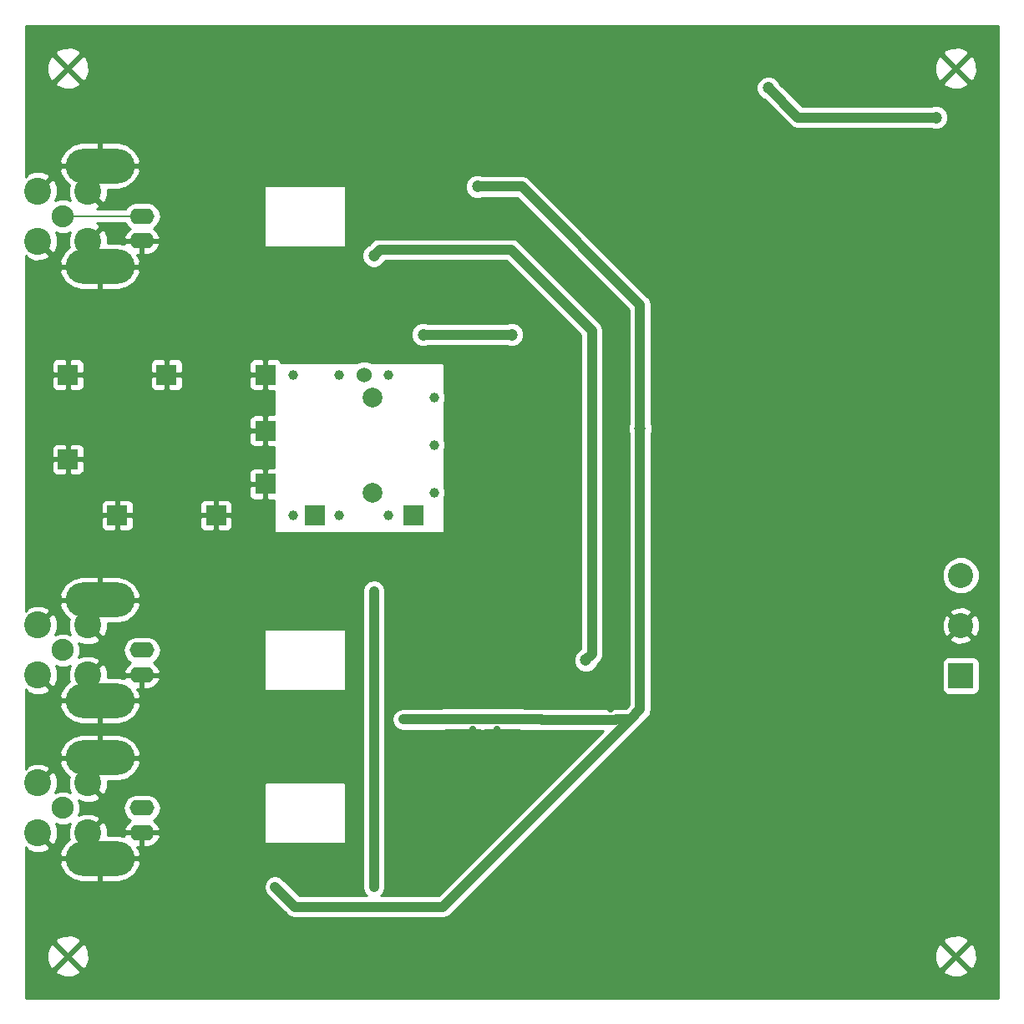
<source format=gbr>
G04 #@! TF.GenerationSoftware,KiCad,Pcbnew,5.0.1-33cea8e~68~ubuntu16.04.1*
G04 #@! TF.CreationDate,2018-10-24T20:06:13+03:00*
G04 #@! TF.ProjectId,sfp_v4,7366705F76342E6B696361645F706362,4*
G04 #@! TF.SameCoordinates,Original*
G04 #@! TF.FileFunction,Copper,L2,Bot,Signal*
G04 #@! TF.FilePolarity,Positive*
%FSLAX46Y46*%
G04 Gerber Fmt 4.6, Leading zero omitted, Abs format (unit mm)*
G04 Created by KiCad (PCBNEW 5.0.1-33cea8e~68~ubuntu16.04.1) date Wed 24 Oct 2018 20:06:13 EEST*
%MOMM*%
%LPD*%
G01*
G04 APERTURE LIST*
G04 #@! TA.AperFunction,ViaPad*
%ADD10C,0.700000*%
G04 #@! TD*
G04 #@! TA.AperFunction,WasherPad*
%ADD11C,2.000000*%
G04 #@! TD*
G04 #@! TA.AperFunction,WasherPad*
%ADD12C,1.524000*%
G04 #@! TD*
G04 #@! TA.AperFunction,ComponentPad*
%ADD13R,2.000000X2.000000*%
G04 #@! TD*
G04 #@! TA.AperFunction,WasherPad*
%ADD14C,1.000000*%
G04 #@! TD*
G04 #@! TA.AperFunction,ComponentPad*
%ADD15O,7.000240X3.500120*%
G04 #@! TD*
G04 #@! TA.AperFunction,ComponentPad*
%ADD16O,2.499360X1.600200*%
G04 #@! TD*
G04 #@! TA.AperFunction,ComponentPad*
%ADD17C,2.740000*%
G04 #@! TD*
G04 #@! TA.AperFunction,ComponentPad*
%ADD18C,2.240000*%
G04 #@! TD*
G04 #@! TA.AperFunction,ComponentPad*
%ADD19R,2.540000X2.540000*%
G04 #@! TD*
G04 #@! TA.AperFunction,ComponentPad*
%ADD20C,2.540000*%
G04 #@! TD*
G04 #@! TA.AperFunction,ViaPad*
%ADD21C,1.200000*%
G04 #@! TD*
G04 #@! TA.AperFunction,Conductor*
%ADD22C,0.200000*%
G04 #@! TD*
G04 #@! TA.AperFunction,Conductor*
%ADD23C,1.000000*%
G04 #@! TD*
G04 #@! TA.AperFunction,Conductor*
%ADD24C,0.400000*%
G04 #@! TD*
G04 #@! TA.AperFunction,Conductor*
%ADD25C,0.254000*%
G04 #@! TD*
G04 APERTURE END LIST*
D10*
G04 #@! TO.N,GND*
G04 #@! TO.C,VIA*
X80000000Y-75500000D03*
G04 #@! TD*
G04 #@! TO.N,GND*
G04 #@! TO.C,VIA*
X80000000Y-80000000D03*
G04 #@! TD*
G04 #@! TO.N,GND*
G04 #@! TO.C,VIA*
X80000000Y-95000000D03*
G04 #@! TD*
G04 #@! TO.N,GND*
G04 #@! TO.C,VIA*
X85000000Y-95000000D03*
G04 #@! TD*
G04 #@! TO.N,GND*
G04 #@! TO.C,VIA*
X90000000Y-95000000D03*
G04 #@! TD*
G04 #@! TO.N,GND*
G04 #@! TO.C,VIA*
X95000000Y-95000000D03*
G04 #@! TD*
G04 #@! TO.N,GND*
G04 #@! TO.C,VIA*
X85000000Y-130000000D03*
G04 #@! TD*
G04 #@! TO.N,GND*
G04 #@! TO.C,VIA*
X92500000Y-126500000D03*
G04 #@! TD*
G04 #@! TO.N,GND*
G04 #@! TO.C,VIA*
X105000000Y-120000000D03*
G04 #@! TD*
G04 #@! TO.N,GND*
G04 #@! TO.C,VIA*
X105000000Y-125000000D03*
G04 #@! TD*
G04 #@! TO.N,GND*
G04 #@! TO.C,VIA*
X110000000Y-115000000D03*
G04 #@! TD*
G04 #@! TO.N,GND*
G04 #@! TO.C,VIA*
X125000000Y-115000000D03*
G04 #@! TD*
G04 #@! TO.N,GND*
G04 #@! TO.C,VIA*
X115000000Y-105000000D03*
G04 #@! TD*
G04 #@! TO.N,GND*
G04 #@! TO.C,VIA*
X115000000Y-100000000D03*
G04 #@! TD*
G04 #@! TO.N,GND*
G04 #@! TO.C,VIA*
X115000000Y-90000000D03*
G04 #@! TD*
G04 #@! TO.N,GND*
G04 #@! TO.C,VIA*
X120000000Y-85000000D03*
G04 #@! TD*
G04 #@! TO.N,GND*
G04 #@! TO.C,VIA*
X115000000Y-85000000D03*
G04 #@! TD*
G04 #@! TO.N,GND*
G04 #@! TO.C,VIA*
X95000000Y-72000000D03*
G04 #@! TD*
G04 #@! TO.N,GND*
G04 #@! TO.C,VIA*
X115000000Y-75000000D03*
G04 #@! TD*
G04 #@! TO.N,GND*
G04 #@! TO.C,VIA*
X110000000Y-60000000D03*
G04 #@! TD*
G04 #@! TO.N,GND*
G04 #@! TO.C,VIA*
X113500000Y-63500000D03*
G04 #@! TD*
G04 #@! TO.N,GND*
G04 #@! TO.C,VIA*
X116500000Y-60000000D03*
G04 #@! TD*
G04 #@! TO.N,GND*
G04 #@! TO.C,VIA*
X110000000Y-55000000D03*
G04 #@! TD*
G04 #@! TO.N,GND*
G04 #@! TO.C,VIA*
X115000000Y-55000000D03*
G04 #@! TD*
G04 #@! TO.N,GND*
G04 #@! TO.C,VIA*
X120000000Y-80000000D03*
G04 #@! TD*
G04 #@! TO.N,GND*
G04 #@! TO.C,VIA*
X120000000Y-75000000D03*
G04 #@! TD*
G04 #@! TO.N,GND*
G04 #@! TO.C,VIA*
X65000000Y-70000000D03*
G04 #@! TD*
G04 #@! TO.N,GND*
G04 #@! TO.C,VIA*
X65000000Y-90000000D03*
G04 #@! TD*
G04 #@! TO.N,GND*
G04 #@! TO.C,VIA*
X70000000Y-85000000D03*
G04 #@! TD*
G04 #@! TO.N,GND*
G04 #@! TO.C,VIA*
X75000000Y-80000000D03*
G04 #@! TD*
G04 #@! TO.N,GND*
G04 #@! TO.C,VIA*
X75000000Y-85000000D03*
G04 #@! TD*
G04 #@! TO.N,GND*
G04 #@! TO.C,VIA*
X80000000Y-85000000D03*
G04 #@! TD*
G04 #@! TO.N,GND*
G04 #@! TO.C,VIA*
X100000000Y-125000000D03*
G04 #@! TD*
G04 #@! TO.N,GND*
G04 #@! TO.C,VIA*
X110000000Y-120000000D03*
G04 #@! TD*
G04 #@! TO.N,GND*
G04 #@! TO.C,VIA*
X130000000Y-45000000D03*
G04 #@! TD*
G04 #@! TO.N,GND*
G04 #@! TO.C,VIA*
X70000000Y-45000000D03*
G04 #@! TD*
G04 #@! TO.N,GND*
G04 #@! TO.C,VIA*
X80000000Y-45000000D03*
G04 #@! TD*
G04 #@! TO.N,GND*
G04 #@! TO.C,VIA*
X90000000Y-45000000D03*
G04 #@! TD*
G04 #@! TO.N,GND*
G04 #@! TO.C,VIA*
X100000000Y-45000000D03*
G04 #@! TD*
G04 #@! TO.N,GND*
G04 #@! TO.C,VIA*
X110000000Y-45000000D03*
G04 #@! TD*
G04 #@! TO.N,GND*
G04 #@! TO.C,VIA*
X120000000Y-45000000D03*
G04 #@! TD*
G04 #@! TO.N,GND*
G04 #@! TO.C,VIA*
X155000000Y-55000000D03*
G04 #@! TD*
G04 #@! TO.N,GND*
G04 #@! TO.C,VIA*
X155000000Y-65000000D03*
G04 #@! TD*
G04 #@! TO.N,GND*
G04 #@! TO.C,VIA*
X155000000Y-75000000D03*
G04 #@! TD*
G04 #@! TO.N,GND*
G04 #@! TO.C,VIA*
X155000000Y-85000000D03*
G04 #@! TD*
G04 #@! TO.N,GND*
G04 #@! TO.C,VIA*
X130000000Y-65000000D03*
G04 #@! TD*
G04 #@! TO.N,GND*
G04 #@! TO.C,VIA*
X120000000Y-70000000D03*
G04 #@! TD*
G04 #@! TO.N,GND*
G04 #@! TO.C,VIA*
X125000000Y-95000000D03*
G04 #@! TD*
G04 #@! TO.N,GND*
G04 #@! TO.C,VIA*
X110000000Y-95000000D03*
G04 #@! TD*
G04 #@! TO.N,GND*
G04 #@! TO.C,VIA*
X115000000Y-95000000D03*
G04 #@! TD*
G04 #@! TO.N,GND*
G04 #@! TO.C,VIA*
X155000000Y-115000000D03*
G04 #@! TD*
G04 #@! TO.N,GND*
G04 #@! TO.C,VIA*
X155000000Y-125000000D03*
G04 #@! TD*
G04 #@! TO.N,GND*
G04 #@! TO.C,VIA*
X120000000Y-135000000D03*
G04 #@! TD*
G04 #@! TO.N,GND*
G04 #@! TO.C,VIA*
X110000000Y-135000000D03*
G04 #@! TD*
G04 #@! TO.N,GND*
G04 #@! TO.C,VIA*
X100000000Y-135000000D03*
G04 #@! TD*
G04 #@! TO.N,GND*
G04 #@! TO.C,VIA*
X105000000Y-130000000D03*
G04 #@! TD*
G04 #@! TO.N,GND*
G04 #@! TO.C,VIA*
X110000000Y-125000000D03*
G04 #@! TD*
G04 #@! TO.N,GND*
G04 #@! TO.C,VIA*
X120000000Y-55000000D03*
G04 #@! TD*
G04 #@! TO.N,GND*
G04 #@! TO.C,VIA*
X125000000Y-65000000D03*
G04 #@! TD*
G04 #@! TO.N,GND*
G04 #@! TO.C,VIA*
X70000000Y-50000000D03*
G04 #@! TD*
G04 #@! TO.N,GND*
G04 #@! TO.C,VIA*
X80000000Y-50000000D03*
G04 #@! TD*
G04 #@! TO.N,GND*
G04 #@! TO.C,VIA*
X90000000Y-50000000D03*
G04 #@! TD*
G04 #@! TO.N,GND*
G04 #@! TO.C,VIA*
X100000000Y-50000000D03*
G04 #@! TD*
G04 #@! TO.N,GND*
G04 #@! TO.C,VIA*
X110000000Y-50000000D03*
G04 #@! TD*
G04 #@! TO.N,GND*
G04 #@! TO.C,VIA*
X120000000Y-50000000D03*
G04 #@! TD*
G04 #@! TO.N,GND*
G04 #@! TO.C,VIA*
X70000000Y-80000000D03*
G04 #@! TD*
G04 #@! TO.N,GND*
G04 #@! TO.C,VIA*
X70000000Y-130000000D03*
G04 #@! TD*
G04 #@! TO.N,GND*
G04 #@! TO.C,VIA*
X80000000Y-130000000D03*
G04 #@! TD*
G04 #@! TO.N,GND*
G04 #@! TO.C,VIA*
X150000000Y-110000000D03*
G04 #@! TD*
G04 #@! TO.N,GND*
G04 #@! TO.C,VIA*
X130000000Y-70000000D03*
G04 #@! TD*
G04 #@! TO.N,GND*
G04 #@! TO.C,VIA*
X120000000Y-90000000D03*
G04 #@! TD*
G04 #@! TO.N,GND*
G04 #@! TO.C,VIA*
X130000000Y-90000000D03*
G04 #@! TD*
G04 #@! TO.N,GND*
G04 #@! TO.C,VIA*
X120000000Y-100000000D03*
G04 #@! TD*
G04 #@! TO.N,GND*
G04 #@! TO.C,VIA*
X130000000Y-100000000D03*
G04 #@! TD*
G04 #@! TO.N,GND*
G04 #@! TO.C,VIA*
X130000000Y-120000000D03*
G04 #@! TD*
G04 #@! TO.N,GND*
G04 #@! TO.C,VIA*
X120000000Y-120000000D03*
G04 #@! TD*
G04 #@! TO.N,GND*
G04 #@! TO.C,VIA*
X130000000Y-110000000D03*
G04 #@! TD*
G04 #@! TO.N,GND*
G04 #@! TO.C,VIA*
X120000000Y-110000000D03*
G04 #@! TD*
G04 #@! TO.N,GND*
G04 #@! TO.C,VIA*
X75500000Y-102000000D03*
G04 #@! TD*
G04 #@! TO.N,GND*
G04 #@! TO.C,VIA*
X79000000Y-102000000D03*
G04 #@! TD*
G04 #@! TO.N,GND*
G04 #@! TO.C,VIA*
X83500000Y-106000000D03*
G04 #@! TD*
G04 #@! TO.N,GND*
G04 #@! TO.C,VIA*
X79500000Y-106000000D03*
G04 #@! TD*
G04 #@! TO.N,GND*
G04 #@! TO.C,VIA*
X76500000Y-106000000D03*
G04 #@! TD*
G04 #@! TO.N,GND*
G04 #@! TO.C,VIA*
X79000000Y-118000000D03*
G04 #@! TD*
G04 #@! TO.N,GND*
G04 #@! TO.C,VIA*
X76000000Y-118000000D03*
G04 #@! TD*
G04 #@! TO.N,GND*
G04 #@! TO.C,VIA*
X76000000Y-121500000D03*
G04 #@! TD*
G04 #@! TO.N,GND*
G04 #@! TO.C,VIA*
X79000000Y-121500000D03*
G04 #@! TD*
G04 #@! TO.N,GND*
G04 #@! TO.C,VIA*
X99000000Y-103500000D03*
G04 #@! TD*
G04 #@! TO.N,GND*
G04 #@! TO.C,VIA*
X105000000Y-105500000D03*
G04 #@! TD*
G04 #@! TO.N,GND*
G04 #@! TO.C,VIA*
X100500000Y-105000000D03*
G04 #@! TD*
G04 #@! TO.N,GND*
G04 #@! TO.C,VIA*
X100000000Y-107500000D03*
G04 #@! TD*
G04 #@! TO.N,GND*
G04 #@! TO.C,VIA*
X102000000Y-107500000D03*
G04 #@! TD*
G04 #@! TO.N,GND*
G04 #@! TO.C,VIA*
X104500000Y-107500000D03*
G04 #@! TD*
G04 #@! TO.N,GND*
G04 #@! TO.C,VIA*
X106500000Y-108000000D03*
G04 #@! TD*
G04 #@! TO.N,GND*
G04 #@! TO.C,VIA*
X106500000Y-109500000D03*
G04 #@! TD*
G04 #@! TO.N,GND*
G04 #@! TO.C,VIA*
X106000000Y-112000000D03*
G04 #@! TD*
G04 #@! TO.N,GND*
G04 #@! TO.C,VIA*
X105000000Y-113000000D03*
G04 #@! TD*
G04 #@! TO.N,GND*
G04 #@! TO.C,VIA*
X103500000Y-114500000D03*
G04 #@! TD*
G04 #@! TO.N,GND*
G04 #@! TO.C,VIA*
X102000000Y-116000000D03*
G04 #@! TD*
G04 #@! TO.N,GND*
G04 #@! TO.C,VIA*
X100500000Y-117500000D03*
G04 #@! TD*
G04 #@! TO.N,GND*
G04 #@! TO.C,VIA*
X99000000Y-118500000D03*
G04 #@! TD*
G04 #@! TO.N,GND*
G04 #@! TO.C,VIA*
X99000000Y-120500000D03*
G04 #@! TD*
G04 #@! TO.N,GND*
G04 #@! TO.C,VIA*
X100500000Y-120500000D03*
G04 #@! TD*
G04 #@! TO.N,GND*
G04 #@! TO.C,VIA*
X102000000Y-119000000D03*
G04 #@! TD*
G04 #@! TO.N,GND*
G04 #@! TO.C,VIA*
X103500000Y-117500000D03*
G04 #@! TD*
G04 #@! TO.N,GND*
G04 #@! TO.C,VIA*
X105000000Y-116000000D03*
G04 #@! TD*
G04 #@! TO.N,GND*
G04 #@! TO.C,VIA*
X107000000Y-114000000D03*
G04 #@! TD*
G04 #@! TO.N,GND*
G04 #@! TO.C,VIA*
X108500000Y-112000000D03*
G04 #@! TD*
G04 #@! TO.N,GND*
G04 #@! TO.C,VIA*
X108500000Y-109000000D03*
G04 #@! TD*
G04 #@! TO.N,GND*
G04 #@! TO.C,VIA*
X108500000Y-106000000D03*
G04 #@! TD*
G04 #@! TO.N,GND*
G04 #@! TO.C,VIA*
X102000000Y-95000000D03*
G04 #@! TD*
G04 #@! TO.N,GND*
G04 #@! TO.C,VIA*
X107500000Y-95000000D03*
G04 #@! TD*
G04 #@! TO.N,GND*
G04 #@! TO.C,VIA*
X106000000Y-88500000D03*
G04 #@! TD*
G04 #@! TO.N,GND*
G04 #@! TO.C,VIA*
X106500000Y-91000000D03*
G04 #@! TD*
G04 #@! TO.N,GND*
G04 #@! TO.C,VIA*
X103500000Y-91000000D03*
G04 #@! TD*
G04 #@! TO.N,GND*
G04 #@! TO.C,VIA*
X103500000Y-88000000D03*
G04 #@! TD*
G04 #@! TO.N,GND*
G04 #@! TO.C,VIA*
X104500000Y-85500000D03*
G04 #@! TD*
G04 #@! TO.N,GND*
G04 #@! TO.C,VIA*
X104000000Y-81000000D03*
G04 #@! TD*
G04 #@! TO.N,GND*
G04 #@! TO.C,VIA*
X105000000Y-80000000D03*
G04 #@! TD*
G04 #@! TO.N,GND*
G04 #@! TO.C,VIA*
X106000000Y-78000000D03*
G04 #@! TD*
G04 #@! TO.N,GND*
G04 #@! TO.C,VIA*
X104000000Y-78000000D03*
G04 #@! TD*
G04 #@! TO.N,GND*
G04 #@! TO.C,VIA*
X104000000Y-76000000D03*
G04 #@! TD*
G04 #@! TO.N,GND*
G04 #@! TO.C,VIA*
X106000000Y-76000000D03*
G04 #@! TD*
G04 #@! TO.N,GND*
G04 #@! TO.C,VIA*
X107500000Y-74000000D03*
G04 #@! TD*
G04 #@! TO.N,GND*
G04 #@! TO.C,VIA*
X102500000Y-74000000D03*
G04 #@! TD*
G04 #@! TO.N,GND*
G04 #@! TO.C,VIA*
X105000000Y-60000000D03*
G04 #@! TD*
G04 #@! TO.N,GND*
G04 #@! TO.C,VIA*
X102500000Y-59500000D03*
G04 #@! TD*
G04 #@! TO.N,GND*
G04 #@! TO.C,VIA*
X100000000Y-59000000D03*
G04 #@! TD*
G04 #@! TO.N,GND*
G04 #@! TO.C,VIA*
X100000000Y-61000000D03*
G04 #@! TD*
G04 #@! TO.N,GND*
G04 #@! TO.C,VIA*
X98000000Y-62000000D03*
G04 #@! TD*
G04 #@! TO.N,GND*
G04 #@! TO.C,VIA*
X96000000Y-62000000D03*
G04 #@! TD*
G04 #@! TO.N,GND*
G04 #@! TO.C,VIA*
X93500000Y-62000000D03*
G04 #@! TD*
G04 #@! TO.N,GND*
G04 #@! TO.C,VIA*
X93500000Y-57500000D03*
G04 #@! TD*
G04 #@! TO.N,GND*
G04 #@! TO.C,VIA*
X91500000Y-56000000D03*
G04 #@! TD*
G04 #@! TO.N,GND*
G04 #@! TO.C,VIA*
X90000000Y-52000000D03*
G04 #@! TD*
G04 #@! TO.N,GND*
G04 #@! TO.C,VIA*
X88000000Y-52000000D03*
G04 #@! TD*
G04 #@! TO.N,GND*
G04 #@! TO.C,VIA*
X86500000Y-54000000D03*
G04 #@! TD*
G04 #@! TO.N,GND*
G04 #@! TO.C,VIA*
X85500000Y-56000000D03*
G04 #@! TD*
G04 #@! TO.N,GND*
G04 #@! TO.C,VIA*
X84000000Y-58000000D03*
G04 #@! TD*
G04 #@! TO.N,GND*
G04 #@! TO.C,VIA*
X81500000Y-58000000D03*
G04 #@! TD*
G04 #@! TO.N,GND*
G04 #@! TO.C,VIA*
X79000000Y-58000000D03*
G04 #@! TD*
G04 #@! TO.N,GND*
G04 #@! TO.C,VIA*
X70000000Y-61000000D03*
G04 #@! TD*
G04 #@! TO.N,GND*
G04 #@! TO.C,VIA*
X70000000Y-59000000D03*
G04 #@! TD*
G04 #@! TO.N,GND*
G04 #@! TO.C,VIA*
X75000000Y-59000000D03*
G04 #@! TD*
G04 #@! TO.N,GND*
G04 #@! TO.C,VIA*
X77000000Y-59000000D03*
G04 #@! TD*
G04 #@! TO.N,GND*
G04 #@! TO.C,VIA*
X77000000Y-61000000D03*
G04 #@! TD*
G04 #@! TO.N,GND*
G04 #@! TO.C,VIA*
X75000000Y-61000000D03*
G04 #@! TD*
G04 #@! TO.N,GND*
G04 #@! TO.C,VIA*
X123000000Y-123000000D03*
G04 #@! TD*
G04 #@! TO.N,GND*
G04 #@! TO.C,VIA*
X120500000Y-123500000D03*
G04 #@! TD*
G04 #@! TO.N,GND*
G04 #@! TO.C,VIA*
X98000000Y-106500000D03*
G04 #@! TD*
G04 #@! TO.N,GND*
G04 #@! TO.C,VIA*
X98000000Y-121500000D03*
G04 #@! TD*
G04 #@! TO.N,GND*
G04 #@! TO.C,VIA*
X84000000Y-118000000D03*
G04 #@! TD*
G04 #@! TO.N,GND*
G04 #@! TO.C,VIA*
X84000000Y-100000000D03*
G04 #@! TD*
G04 #@! TO.N,GND*
G04 #@! TO.C,VIA*
X84000000Y-102000000D03*
G04 #@! TD*
G04 #@! TO.N,GND*
G04 #@! TO.C,VIA*
X84000000Y-116000000D03*
G04 #@! TD*
G04 #@! TO.N,GND*
G04 #@! TO.C,VIA*
X105000000Y-96500000D03*
G04 #@! TD*
G04 #@! TO.N,GND*
G04 #@! TO.C,VIA*
X102460000Y-104310000D03*
G04 #@! TD*
G04 #@! TO.N,GND*
G04 #@! TO.C,VIA*
X102500000Y-100500000D03*
G04 #@! TD*
G04 #@! TO.N,GND*
G04 #@! TO.C,VIA*
X107500000Y-100500000D03*
G04 #@! TD*
G04 #@! TO.N,GND*
G04 #@! TO.C,VIA*
X105000000Y-100500000D03*
G04 #@! TD*
G04 #@! TO.N,GND*
G04 #@! TO.C,VIA*
X126000000Y-46500000D03*
G04 #@! TD*
G04 #@! TO.N,GND*
G04 #@! TO.C,VIA*
X128500000Y-50500000D03*
G04 #@! TD*
G04 #@! TO.N,GND*
G04 #@! TO.C,VIA*
X127500000Y-59500000D03*
G04 #@! TD*
G04 #@! TO.N,GND*
G04 #@! TO.C,VIA*
X128000000Y-85000000D03*
G04 #@! TD*
G04 #@! TO.N,GND*
G04 #@! TO.C,VIA*
X131000000Y-79500000D03*
G04 #@! TD*
G04 #@! TO.N,GND*
G04 #@! TO.C,VIA*
X129000000Y-77000000D03*
G04 #@! TD*
G04 #@! TO.N,GND*
G04 #@! TO.C,VIA*
X126500000Y-73000000D03*
G04 #@! TD*
G04 #@! TO.N,GND*
G04 #@! TO.C,VIA*
X147500000Y-77500000D03*
G04 #@! TD*
G04 #@! TO.N,GND*
G04 #@! TO.C,VIA*
X145000000Y-77500000D03*
G04 #@! TD*
G04 #@! TO.N,GND*
G04 #@! TO.C,VIA*
X142500000Y-77500000D03*
G04 #@! TD*
G04 #@! TO.N,GND*
G04 #@! TO.C,VIA*
X142500000Y-80000000D03*
G04 #@! TD*
G04 #@! TO.N,GND*
G04 #@! TO.C,VIA*
X145000000Y-80000000D03*
G04 #@! TD*
G04 #@! TO.N,GND*
G04 #@! TO.C,VIA*
X147500000Y-80000000D03*
G04 #@! TD*
G04 #@! TO.N,GND*
G04 #@! TO.C,VIA*
X147500000Y-82500000D03*
G04 #@! TD*
G04 #@! TO.N,GND*
G04 #@! TO.C,VIA*
X145000000Y-82500000D03*
G04 #@! TD*
G04 #@! TO.N,GND*
G04 #@! TO.C,VIA*
X142500000Y-82500000D03*
G04 #@! TD*
G04 #@! TO.N,GND*
G04 #@! TO.C,VIA*
X137500000Y-87500000D03*
G04 #@! TD*
G04 #@! TO.N,GND*
G04 #@! TO.C,VIA*
X140000000Y-87500000D03*
G04 #@! TD*
G04 #@! TO.N,GND*
G04 #@! TO.C,VIA*
X142500000Y-87500000D03*
G04 #@! TD*
G04 #@! TO.N,GND*
G04 #@! TO.C,VIA*
X145000000Y-87500000D03*
G04 #@! TD*
G04 #@! TO.N,GND*
G04 #@! TO.C,VIA*
X147500000Y-87500000D03*
G04 #@! TD*
G04 #@! TO.N,GND*
G04 #@! TO.C,VIA*
X150000000Y-87500000D03*
G04 #@! TD*
G04 #@! TO.N,GND*
G04 #@! TO.C,VIA*
X150000000Y-72500000D03*
G04 #@! TD*
G04 #@! TO.N,GND*
G04 #@! TO.C,VIA*
X147500000Y-72500000D03*
G04 #@! TD*
G04 #@! TO.N,GND*
G04 #@! TO.C,VIA*
X145000000Y-72500000D03*
G04 #@! TD*
G04 #@! TO.N,GND*
G04 #@! TO.C,VIA*
X142500000Y-72500000D03*
G04 #@! TD*
G04 #@! TO.N,GND*
G04 #@! TO.C,VIA*
X140000000Y-72500000D03*
G04 #@! TD*
G04 #@! TO.N,GND*
G04 #@! TO.C,VIA*
X137500000Y-72500000D03*
G04 #@! TD*
G04 #@! TO.N,GND*
G04 #@! TO.C,VIA*
X137500000Y-45000000D03*
G04 #@! TD*
G04 #@! TO.N,GND*
G04 #@! TO.C,VIA*
X140000000Y-45000000D03*
G04 #@! TD*
G04 #@! TO.N,GND*
G04 #@! TO.C,VIA*
X142500000Y-45000000D03*
G04 #@! TD*
G04 #@! TO.N,GND*
G04 #@! TO.C,VIA*
X145000000Y-45000000D03*
G04 #@! TD*
G04 #@! TO.N,GND*
G04 #@! TO.C,VIA*
X147500000Y-45000000D03*
G04 #@! TD*
G04 #@! TO.N,GND*
G04 #@! TO.C,VIA*
X150000000Y-45000000D03*
G04 #@! TD*
G04 #@! TO.N,GND*
G04 #@! TO.C,VIA*
X150000000Y-60000000D03*
G04 #@! TD*
G04 #@! TO.N,GND*
G04 #@! TO.C,VIA*
X147500000Y-60000000D03*
G04 #@! TD*
G04 #@! TO.N,GND*
G04 #@! TO.C,VIA*
X145000000Y-60000000D03*
G04 #@! TD*
G04 #@! TO.N,GND*
G04 #@! TO.C,VIA*
X142500000Y-60000000D03*
G04 #@! TD*
G04 #@! TO.N,GND*
G04 #@! TO.C,VIA*
X140000000Y-60000000D03*
G04 #@! TD*
G04 #@! TO.N,GND*
G04 #@! TO.C,VIA*
X137500000Y-60000000D03*
G04 #@! TD*
G04 #@! TO.N,GND*
G04 #@! TO.C,VIA*
X142500000Y-57500000D03*
G04 #@! TD*
G04 #@! TO.N,GND*
G04 #@! TO.C,VIA*
X142500000Y-55000000D03*
G04 #@! TD*
G04 #@! TO.N,GND*
G04 #@! TO.C,VIA*
X142500000Y-52500000D03*
G04 #@! TD*
G04 #@! TO.N,GND*
G04 #@! TO.C,VIA*
X145000000Y-53000000D03*
G04 #@! TD*
G04 #@! TO.N,GND*
G04 #@! TO.C,VIA*
X145000000Y-55000000D03*
G04 #@! TD*
G04 #@! TO.N,GND*
G04 #@! TO.C,VIA*
X145000000Y-57500000D03*
G04 #@! TD*
G04 #@! TO.N,GND*
G04 #@! TO.C,VIA*
X147500000Y-57500000D03*
G04 #@! TD*
G04 #@! TO.N,GND*
G04 #@! TO.C,VIA*
X147500000Y-55000000D03*
G04 #@! TD*
G04 #@! TO.N,GND*
G04 #@! TO.C,VIA*
X147500000Y-52500000D03*
G04 #@! TD*
G04 #@! TO.N,GND*
G04 #@! TO.C,VIA*
X95000000Y-53500000D03*
G04 #@! TD*
G04 #@! TO.N,GND*
G04 #@! TO.C,VIA*
X107500000Y-61000000D03*
G04 #@! TD*
G04 #@! TO.N,GND*
G04 #@! TO.C,VIA*
X105000000Y-69000000D03*
G04 #@! TD*
G04 #@! TO.N,GND*
G04 #@! TO.C,VIA*
X102500000Y-65000000D03*
G04 #@! TD*
G04 #@! TO.N,GND*
G04 #@! TO.C,VIA*
X107500000Y-65000000D03*
G04 #@! TD*
G04 #@! TO.N,GND*
G04 #@! TO.C,VIA*
X105000000Y-65000000D03*
G04 #@! TD*
G04 #@! TO.N,GND*
G04 #@! TO.C,VIA*
X91000000Y-67500000D03*
G04 #@! TD*
G04 #@! TO.N,GND*
G04 #@! TO.C,VIA*
X86000000Y-67500000D03*
G04 #@! TD*
G04 #@! TO.N,GND*
G04 #@! TO.C,VIA*
X78000000Y-62000000D03*
G04 #@! TD*
G04 #@! TO.N,GND*
G04 #@! TO.C,VIA*
X82500000Y-63500000D03*
G04 #@! TD*
G04 #@! TO.N,GND*
G04 #@! TO.C,VIA*
X91000000Y-54000000D03*
G04 #@! TD*
D11*
G04 #@! TO.P,P101,*
G04 #@! TO.N,*
X95900000Y-88000000D03*
X95900000Y-78400000D03*
D12*
X95000000Y-76070000D03*
D13*
G04 #@! TO.P,P101,CAGE*
G04 #@! TO.N,GND*
X85000000Y-76070000D03*
X75000000Y-76070000D03*
X65000000Y-76070000D03*
D14*
G04 #@! TO.P,P101,*
G04 #@! TO.N,*
X102100000Y-83200000D03*
X102100000Y-78400000D03*
X102100000Y-88000000D03*
D13*
G04 #@! TO.P,P101,CAGE*
G04 #@! TO.N,GND*
X100000000Y-90320000D03*
X90000000Y-90320000D03*
X80000000Y-90320000D03*
X70000000Y-90320000D03*
X65000000Y-84650000D03*
X85000000Y-87150000D03*
X85000000Y-81750000D03*
D14*
G04 #@! TO.P,P101,*
G04 #@! TO.N,*
X97500000Y-90320000D03*
X97500000Y-76070000D03*
X92500000Y-76070000D03*
X87800000Y-76070000D03*
X87800000Y-90320000D03*
X92500000Y-90320000D03*
G04 #@! TD*
D15*
G04 #@! TO.P,J101,2*
G04 #@! TO.N,GND*
X68236600Y-125097780D03*
X68236600Y-114899680D03*
D16*
G04 #@! TO.P,J101,1*
G04 #@! TO.N,Net-(C111-Pad1)*
X72501260Y-120000000D03*
G04 #@! TO.P,J101,2*
G04 #@! TO.N,GND*
X72501260Y-122499360D03*
G04 #@! TD*
D15*
G04 #@! TO.P,J103,2*
G04 #@! TO.N,GND*
X68235340Y-65097780D03*
X68235340Y-54899680D03*
D16*
G04 #@! TO.P,J103,1*
G04 #@! TO.N,Net-(C114-Pad1)*
X72500000Y-60000000D03*
G04 #@! TO.P,J103,2*
G04 #@! TO.N,GND*
X72500000Y-62499360D03*
G04 #@! TD*
D17*
G04 #@! TO.P,J102,2*
G04 #@! TO.N,GND*
X61960000Y-122540000D03*
X67040000Y-122540000D03*
X67040000Y-117460000D03*
X61960000Y-117460000D03*
D18*
G04 #@! TO.P,J102,1*
G04 #@! TO.N,Net-(C111-Pad1)*
X64500000Y-120000000D03*
G04 #@! TD*
D17*
G04 #@! TO.P,J104,2*
G04 #@! TO.N,GND*
X61960000Y-62540000D03*
X67040000Y-62540000D03*
X67040000Y-57460000D03*
X61960000Y-57460000D03*
D18*
G04 #@! TO.P,J104,1*
G04 #@! TO.N,Net-(C114-Pad1)*
X64500000Y-60000000D03*
G04 #@! TD*
D19*
G04 #@! TO.P,J201,1*
G04 #@! TO.N,-VIN*
X155500000Y-106580000D03*
D20*
G04 #@! TO.P,J201,2*
G04 #@! TO.N,GND*
X155500000Y-101500000D03*
G04 #@! TO.P,J201,3*
G04 #@! TO.N,+VIN*
X155500000Y-96420000D03*
G04 #@! TD*
D15*
G04 #@! TO.P,J105,2*
G04 #@! TO.N,GND*
X68236600Y-109097780D03*
X68236600Y-98899680D03*
D16*
G04 #@! TO.P,J105,1*
G04 #@! TO.N,Net-(C116-Pad1)*
X72501260Y-104000000D03*
G04 #@! TO.P,J105,2*
G04 #@! TO.N,GND*
X72501260Y-106499360D03*
G04 #@! TD*
D17*
G04 #@! TO.P,J106,2*
G04 #@! TO.N,GND*
X61960000Y-106540000D03*
X67040000Y-106540000D03*
X67040000Y-101460000D03*
X61960000Y-101460000D03*
D18*
G04 #@! TO.P,J106,1*
G04 #@! TO.N,Net-(C116-Pad1)*
X64500000Y-104000000D03*
G04 #@! TD*
D10*
G04 #@! TO.N,GND*
G04 #@! TO.C,VIA*
X101000000Y-53500000D03*
G04 #@! TD*
G04 #@! TO.N,GND*
X114500000Y-78000000D03*
X109500000Y-78500000D03*
X110500000Y-86000000D03*
X112000000Y-88000000D03*
X86000000Y-99500000D03*
X98000000Y-102500000D03*
X78500000Y-109000000D03*
X78000000Y-124500000D03*
X87000000Y-115500000D03*
X98500000Y-117500000D03*
X123000000Y-129500000D03*
X129500000Y-124500000D03*
X74000000Y-70000000D03*
X80000000Y-70000000D03*
X86000000Y-70000000D03*
D21*
G04 #@! TO.N,+3.3V*
X110000000Y-72000000D03*
X101000000Y-72000000D03*
G04 #@! TO.N,Net-(C204-Pad1)*
X136000000Y-47000000D03*
X153000000Y-50000000D03*
G04 #@! TO.N,-6V*
X117500000Y-105000000D03*
X96000000Y-64000000D03*
D10*
X96000000Y-98000000D03*
X96000000Y-113000000D03*
X96000000Y-128000000D03*
D21*
G04 #@! TO.N,+6V*
X106500000Y-57000000D03*
X123000000Y-81500000D03*
D10*
X86000000Y-128000000D03*
X99000000Y-111000000D03*
G04 #@! TD*
D22*
G04 #@! TO.N,GND*
X74000000Y-70000000D02*
X80000000Y-70000000D01*
X86000000Y-70000000D02*
X80000000Y-70000000D01*
D23*
G04 #@! TO.N,+3.3V*
X101000000Y-72000000D02*
X110000000Y-72000000D01*
G04 #@! TO.N,Net-(C204-Pad1)*
X153000000Y-50000000D02*
X139000000Y-50000000D01*
X139000000Y-50000000D02*
X136000000Y-47000000D01*
G04 #@! TO.N,-6V*
X118099999Y-71599999D02*
X109900001Y-63400001D01*
X109900001Y-63400001D02*
X96599999Y-63400001D01*
X96599999Y-63400001D02*
X96000000Y-64000000D01*
X117500000Y-105000000D02*
X118099999Y-104400001D01*
X118099999Y-104400001D02*
X118099999Y-71599999D01*
X96000000Y-112000000D02*
X96000000Y-98000000D01*
X96000000Y-114000000D02*
X96000000Y-113000000D01*
D24*
X96000000Y-113000000D02*
X96000000Y-112000000D01*
D23*
X96000000Y-128000000D02*
X96000000Y-114000000D01*
X96000000Y-114000000D02*
X96000000Y-112000000D01*
G04 #@! TO.N,+6V*
X103000000Y-111000000D02*
X99000000Y-111000000D01*
D24*
X107000000Y-111000000D02*
X103000000Y-111000000D01*
D23*
X107050001Y-110949999D02*
X103050001Y-110949999D01*
X103050001Y-110949999D02*
X103000000Y-111000000D01*
X110949999Y-110949999D02*
X107050001Y-110949999D01*
X111000000Y-111000000D02*
X110949999Y-110949999D01*
X107050001Y-110949999D02*
X107000000Y-111000000D01*
D24*
X112000000Y-111000000D02*
X111000000Y-111000000D01*
D23*
X113000000Y-111000000D02*
X111000000Y-111000000D01*
X113050001Y-111050001D02*
X113000000Y-111000000D01*
X122000000Y-111000000D02*
X103000000Y-130000000D01*
X123000000Y-110000000D02*
X122000000Y-111000000D01*
X122000000Y-111000000D02*
X120554002Y-111000000D01*
X120504001Y-111050001D02*
X113050001Y-111050001D01*
X120554002Y-111000000D02*
X120504001Y-111050001D01*
X86000000Y-128000000D02*
X88000000Y-130000000D01*
X95000000Y-130000000D02*
X88000000Y-130000000D01*
D24*
X95750000Y-130000000D02*
X95000000Y-130000000D01*
D23*
X123000000Y-81500000D02*
X123000000Y-110000000D01*
X103000000Y-130000000D02*
X95000000Y-130000000D01*
X123000000Y-81500000D02*
X123000000Y-69000000D01*
X111000000Y-57000000D02*
X106500000Y-57000000D01*
X123000000Y-69000000D02*
X111000000Y-57000000D01*
D24*
X97000000Y-130000000D02*
X95750000Y-130000000D01*
X95750000Y-130000000D02*
X97860002Y-130000000D01*
D22*
G04 #@! TO.N,Net-(C114-Pad1)*
X72500000Y-60000000D02*
X64500000Y-60000000D01*
G04 #@! TD*
D25*
G04 #@! TO.N,GND*
G36*
X159290001Y-139290000D02*
X60710000Y-139290000D01*
X60710000Y-136513970D01*
X63665635Y-136513970D01*
X63825418Y-136832739D01*
X64616187Y-137142723D01*
X65465387Y-137126497D01*
X66174582Y-136832739D01*
X66334365Y-136513970D01*
X153665635Y-136513970D01*
X153825418Y-136832739D01*
X154616187Y-137142723D01*
X155465387Y-137126497D01*
X156174582Y-136832739D01*
X156334365Y-136513970D01*
X155000000Y-135179605D01*
X153665635Y-136513970D01*
X66334365Y-136513970D01*
X65000000Y-135179605D01*
X63665635Y-136513970D01*
X60710000Y-136513970D01*
X60710000Y-134616187D01*
X62857277Y-134616187D01*
X62873503Y-135465387D01*
X63167261Y-136174582D01*
X63486030Y-136334365D01*
X64820395Y-135000000D01*
X65179605Y-135000000D01*
X66513970Y-136334365D01*
X66832739Y-136174582D01*
X67142723Y-135383813D01*
X67128056Y-134616187D01*
X152857277Y-134616187D01*
X152873503Y-135465387D01*
X153167261Y-136174582D01*
X153486030Y-136334365D01*
X154820395Y-135000000D01*
X155179605Y-135000000D01*
X156513970Y-136334365D01*
X156832739Y-136174582D01*
X157142723Y-135383813D01*
X157126497Y-134534613D01*
X156832739Y-133825418D01*
X156513970Y-133665635D01*
X155179605Y-135000000D01*
X154820395Y-135000000D01*
X153486030Y-133665635D01*
X153167261Y-133825418D01*
X152857277Y-134616187D01*
X67128056Y-134616187D01*
X67126497Y-134534613D01*
X66832739Y-133825418D01*
X66513970Y-133665635D01*
X65179605Y-135000000D01*
X64820395Y-135000000D01*
X63486030Y-133665635D01*
X63167261Y-133825418D01*
X62857277Y-134616187D01*
X60710000Y-134616187D01*
X60710000Y-133486030D01*
X63665635Y-133486030D01*
X65000000Y-134820395D01*
X66334365Y-133486030D01*
X153665635Y-133486030D01*
X155000000Y-134820395D01*
X156334365Y-133486030D01*
X156174582Y-133167261D01*
X155383813Y-132857277D01*
X154534613Y-132873503D01*
X153825418Y-133167261D01*
X153665635Y-133486030D01*
X66334365Y-133486030D01*
X66174582Y-133167261D01*
X65383813Y-132857277D01*
X64534613Y-132873503D01*
X63825418Y-133167261D01*
X63665635Y-133486030D01*
X60710000Y-133486030D01*
X60710000Y-128000000D01*
X84842765Y-128000000D01*
X84930854Y-128442854D01*
X85118392Y-128723523D01*
X87118389Y-130723521D01*
X87181711Y-130818289D01*
X87557145Y-131069146D01*
X87999999Y-131157235D01*
X88111782Y-131135000D01*
X102888217Y-131135000D01*
X103000000Y-131157235D01*
X103111783Y-131135000D01*
X103442855Y-131069146D01*
X103818289Y-130818289D01*
X103881613Y-130723518D01*
X122723521Y-111881611D01*
X122818289Y-111818289D01*
X122881612Y-111723519D01*
X123723523Y-110881609D01*
X123818289Y-110818289D01*
X124069146Y-110442855D01*
X124092295Y-110326478D01*
X124157235Y-110000000D01*
X124135000Y-109888217D01*
X124135000Y-105310000D01*
X153582560Y-105310000D01*
X153582560Y-107850000D01*
X153631843Y-108097765D01*
X153772191Y-108307809D01*
X153982235Y-108448157D01*
X154230000Y-108497440D01*
X156770000Y-108497440D01*
X157017765Y-108448157D01*
X157227809Y-108307809D01*
X157368157Y-108097765D01*
X157417440Y-107850000D01*
X157417440Y-105310000D01*
X157368157Y-105062235D01*
X157227809Y-104852191D01*
X157017765Y-104711843D01*
X156770000Y-104662560D01*
X154230000Y-104662560D01*
X153982235Y-104711843D01*
X153772191Y-104852191D01*
X153631843Y-105062235D01*
X153582560Y-105310000D01*
X124135000Y-105310000D01*
X124135000Y-102847777D01*
X154331828Y-102847777D01*
X154463520Y-103142657D01*
X155171036Y-103414261D01*
X155928632Y-103394436D01*
X156536480Y-103142657D01*
X156668172Y-102847777D01*
X155500000Y-101679605D01*
X154331828Y-102847777D01*
X124135000Y-102847777D01*
X124135000Y-101171036D01*
X153585739Y-101171036D01*
X153605564Y-101928632D01*
X153857343Y-102536480D01*
X154152223Y-102668172D01*
X155320395Y-101500000D01*
X155679605Y-101500000D01*
X156847777Y-102668172D01*
X157142657Y-102536480D01*
X157414261Y-101828964D01*
X157394436Y-101071368D01*
X157142657Y-100463520D01*
X156847777Y-100331828D01*
X155679605Y-101500000D01*
X155320395Y-101500000D01*
X154152223Y-100331828D01*
X153857343Y-100463520D01*
X153585739Y-101171036D01*
X124135000Y-101171036D01*
X124135000Y-100152223D01*
X154331828Y-100152223D01*
X155500000Y-101320395D01*
X156668172Y-100152223D01*
X156536480Y-99857343D01*
X155828964Y-99585739D01*
X155071368Y-99605564D01*
X154463520Y-99857343D01*
X154331828Y-100152223D01*
X124135000Y-100152223D01*
X124135000Y-96041072D01*
X153595000Y-96041072D01*
X153595000Y-96798928D01*
X153885019Y-97499096D01*
X154420904Y-98034981D01*
X155121072Y-98325000D01*
X155878928Y-98325000D01*
X156579096Y-98034981D01*
X157114981Y-97499096D01*
X157405000Y-96798928D01*
X157405000Y-96041072D01*
X157114981Y-95340904D01*
X156579096Y-94805019D01*
X155878928Y-94515000D01*
X155121072Y-94515000D01*
X154420904Y-94805019D01*
X153885019Y-95340904D01*
X153595000Y-96041072D01*
X124135000Y-96041072D01*
X124135000Y-81987078D01*
X124235000Y-81745657D01*
X124235000Y-81254343D01*
X124135000Y-81012922D01*
X124135000Y-69111783D01*
X124157235Y-69000000D01*
X124069146Y-68557145D01*
X123818289Y-68181711D01*
X123723521Y-68118389D01*
X111881613Y-56276482D01*
X111818289Y-56181711D01*
X111442855Y-55930854D01*
X111111783Y-55865000D01*
X111000000Y-55842765D01*
X110888217Y-55865000D01*
X106987078Y-55865000D01*
X106745657Y-55765000D01*
X106254343Y-55765000D01*
X105800429Y-55953018D01*
X105453018Y-56300429D01*
X105265000Y-56754343D01*
X105265000Y-57245657D01*
X105453018Y-57699571D01*
X105800429Y-58046982D01*
X106254343Y-58235000D01*
X106745657Y-58235000D01*
X106987078Y-58135000D01*
X110529869Y-58135000D01*
X121865001Y-69470133D01*
X121865000Y-81012922D01*
X121765000Y-81254343D01*
X121765000Y-81745657D01*
X121865000Y-81987078D01*
X121865001Y-109529867D01*
X121529868Y-109865000D01*
X120665784Y-109865000D01*
X120554001Y-109842765D01*
X120362520Y-109880853D01*
X120190846Y-109915001D01*
X113363156Y-109915001D01*
X113111783Y-109865000D01*
X113000000Y-109842765D01*
X112888217Y-109865000D01*
X111313155Y-109865000D01*
X111061782Y-109814999D01*
X110949999Y-109792764D01*
X110838216Y-109814999D01*
X107161783Y-109814999D01*
X107050000Y-109792764D01*
X106938217Y-109814999D01*
X103161783Y-109814999D01*
X103050000Y-109792764D01*
X102798628Y-109842765D01*
X102686845Y-109865000D01*
X98888217Y-109865000D01*
X98557145Y-109930854D01*
X98181711Y-110181711D01*
X97930854Y-110557145D01*
X97842765Y-111000000D01*
X97930854Y-111442855D01*
X98181711Y-111818289D01*
X98557145Y-112069146D01*
X98888217Y-112135000D01*
X102888217Y-112135000D01*
X103000000Y-112157235D01*
X103111783Y-112135000D01*
X103363156Y-112084999D01*
X106636845Y-112084999D01*
X107000000Y-112157235D01*
X107363155Y-112084999D01*
X110636844Y-112084999D01*
X110999999Y-112157235D01*
X111111782Y-112135000D01*
X112686845Y-112135000D01*
X113050000Y-112207236D01*
X113161783Y-112185001D01*
X119209867Y-112185001D01*
X102529869Y-128865000D01*
X96748381Y-128865000D01*
X96818289Y-128818289D01*
X97069146Y-128442855D01*
X97135000Y-128111783D01*
X97135000Y-97888217D01*
X97069146Y-97557145D01*
X96818289Y-97181711D01*
X96442855Y-96930854D01*
X96000000Y-96842765D01*
X95557146Y-96930854D01*
X95181712Y-97181711D01*
X94930855Y-97557145D01*
X94865001Y-97888217D01*
X94865000Y-112111782D01*
X94865001Y-112111787D01*
X94865001Y-112888214D01*
X94865000Y-112888217D01*
X94865000Y-114111782D01*
X94865001Y-114111787D01*
X94865000Y-128111782D01*
X94930854Y-128442854D01*
X95181711Y-128818289D01*
X95251619Y-128865000D01*
X88470132Y-128865000D01*
X86723523Y-127118392D01*
X86442854Y-126930854D01*
X86000000Y-126842765D01*
X85557146Y-126930854D01*
X85181712Y-127181712D01*
X84930854Y-127557146D01*
X84842765Y-128000000D01*
X60710000Y-128000000D01*
X60710000Y-125595793D01*
X64154054Y-125595793D01*
X64234431Y-125893170D01*
X64710245Y-126694469D01*
X65456484Y-127252687D01*
X66359540Y-127482840D01*
X68109600Y-127482840D01*
X68109600Y-125224780D01*
X68363600Y-125224780D01*
X68363600Y-127482840D01*
X70113660Y-127482840D01*
X71016716Y-127252687D01*
X71762955Y-126694469D01*
X72238769Y-125893170D01*
X72319146Y-125595793D01*
X72209345Y-125224780D01*
X68363600Y-125224780D01*
X68109600Y-125224780D01*
X64263855Y-125224780D01*
X64154054Y-125595793D01*
X60710000Y-125595793D01*
X60710000Y-123969608D01*
X60719560Y-123960048D01*
X60863469Y-124265312D01*
X61607186Y-124553605D01*
X62404615Y-124535344D01*
X63056531Y-124265312D01*
X63200441Y-123960046D01*
X61960000Y-122719605D01*
X61945858Y-122733748D01*
X61766253Y-122554143D01*
X61780395Y-122540000D01*
X61766253Y-122525858D01*
X61945858Y-122346253D01*
X61960000Y-122360395D01*
X61974143Y-122346253D01*
X62153748Y-122525858D01*
X62139605Y-122540000D01*
X63380046Y-123780441D01*
X63685312Y-123636531D01*
X63973605Y-122892814D01*
X63955344Y-122095385D01*
X63744649Y-121586721D01*
X64150909Y-121755000D01*
X64849091Y-121755000D01*
X65259886Y-121584843D01*
X65026395Y-122187186D01*
X65044656Y-122984615D01*
X65128875Y-123187938D01*
X64710245Y-123501091D01*
X64234431Y-124302390D01*
X64154054Y-124599767D01*
X64263855Y-124970780D01*
X68109600Y-124970780D01*
X68109600Y-124950780D01*
X68363600Y-124950780D01*
X68363600Y-124970780D01*
X72209345Y-124970780D01*
X72319146Y-124599767D01*
X72238769Y-124302390D01*
X72020291Y-123934460D01*
X72374260Y-123934460D01*
X72374260Y-122626360D01*
X72628260Y-122626360D01*
X72628260Y-123934460D01*
X73077840Y-123934460D01*
X73617362Y-123776619D01*
X74055412Y-123424327D01*
X74325301Y-122931217D01*
X74342843Y-122848415D01*
X74220856Y-122626360D01*
X72628260Y-122626360D01*
X72374260Y-122626360D01*
X70781664Y-122626360D01*
X70659677Y-122848415D01*
X70660453Y-122852076D01*
X70113660Y-122712720D01*
X69049481Y-122712720D01*
X69035344Y-122095385D01*
X68765312Y-121443469D01*
X68460046Y-121299559D01*
X67219605Y-122540000D01*
X67233748Y-122554143D01*
X67075170Y-122712720D01*
X67004830Y-122712720D01*
X66846253Y-122554143D01*
X66860395Y-122540000D01*
X66846253Y-122525858D01*
X67025858Y-122346253D01*
X67040000Y-122360395D01*
X68280441Y-121119954D01*
X68136531Y-120814688D01*
X67392814Y-120526395D01*
X66595385Y-120544656D01*
X66086721Y-120755351D01*
X66255000Y-120349091D01*
X66255000Y-120000000D01*
X70588465Y-120000000D01*
X70699846Y-120559948D01*
X71017031Y-121034649D01*
X71345412Y-121254066D01*
X70947108Y-121574393D01*
X70677219Y-122067503D01*
X70659677Y-122150305D01*
X70781664Y-122372360D01*
X72374260Y-122372360D01*
X72374260Y-122352360D01*
X72628260Y-122352360D01*
X72628260Y-122372360D01*
X74220856Y-122372360D01*
X74342843Y-122150305D01*
X74325301Y-122067503D01*
X74055412Y-121574393D01*
X73657108Y-121254066D01*
X73985489Y-121034649D01*
X74302674Y-120559948D01*
X74414055Y-120000000D01*
X74302674Y-119440052D01*
X73985489Y-118965351D01*
X73510788Y-118648166D01*
X73092183Y-118564900D01*
X71910337Y-118564900D01*
X71491732Y-118648166D01*
X71017031Y-118965351D01*
X70699846Y-119440052D01*
X70588465Y-120000000D01*
X66255000Y-120000000D01*
X66255000Y-119650909D01*
X66084843Y-119240114D01*
X66687186Y-119473605D01*
X67484615Y-119455344D01*
X68136531Y-119185312D01*
X68280441Y-118880046D01*
X67040000Y-117639605D01*
X67025858Y-117653748D01*
X66846253Y-117474143D01*
X66860395Y-117460000D01*
X66846253Y-117445858D01*
X67007370Y-117284740D01*
X67072630Y-117284740D01*
X67233748Y-117445858D01*
X67219605Y-117460000D01*
X68460046Y-118700441D01*
X68765312Y-118556531D01*
X69053605Y-117812814D01*
X69046442Y-117500000D01*
X84873000Y-117500000D01*
X84873000Y-123500000D01*
X84882667Y-123548601D01*
X84910197Y-123589803D01*
X84951399Y-123617333D01*
X85000000Y-123627000D01*
X93000000Y-123627000D01*
X93048601Y-123617333D01*
X93089803Y-123589803D01*
X93117333Y-123548601D01*
X93127000Y-123500000D01*
X93127000Y-117500000D01*
X93117333Y-117451399D01*
X93089803Y-117410197D01*
X93048601Y-117382667D01*
X93000000Y-117373000D01*
X85000000Y-117373000D01*
X84951399Y-117382667D01*
X84910197Y-117410197D01*
X84882667Y-117451399D01*
X84873000Y-117500000D01*
X69046442Y-117500000D01*
X69041512Y-117284740D01*
X70113660Y-117284740D01*
X71016716Y-117054587D01*
X71762955Y-116496369D01*
X72238769Y-115695070D01*
X72319146Y-115397693D01*
X72209345Y-115026680D01*
X68363600Y-115026680D01*
X68363600Y-115046680D01*
X68109600Y-115046680D01*
X68109600Y-115026680D01*
X64263855Y-115026680D01*
X64154054Y-115397693D01*
X64234431Y-115695070D01*
X64710245Y-116496369D01*
X65138880Y-116817006D01*
X65026395Y-117107186D01*
X65044656Y-117904615D01*
X65255351Y-118413279D01*
X64849091Y-118245000D01*
X64150909Y-118245000D01*
X63740114Y-118415157D01*
X63973605Y-117812814D01*
X63955344Y-117015385D01*
X63685312Y-116363469D01*
X63380046Y-116219559D01*
X62139605Y-117460000D01*
X62153748Y-117474143D01*
X61974143Y-117653748D01*
X61960000Y-117639605D01*
X61945858Y-117653748D01*
X61766253Y-117474143D01*
X61780395Y-117460000D01*
X61766253Y-117445858D01*
X61945858Y-117266253D01*
X61960000Y-117280395D01*
X63200441Y-116039954D01*
X63056531Y-115734688D01*
X62312814Y-115446395D01*
X61515385Y-115464656D01*
X60863469Y-115734688D01*
X60719560Y-116039952D01*
X60710000Y-116030392D01*
X60710000Y-114401667D01*
X64154054Y-114401667D01*
X64263855Y-114772680D01*
X68109600Y-114772680D01*
X68109600Y-112514620D01*
X68363600Y-112514620D01*
X68363600Y-114772680D01*
X72209345Y-114772680D01*
X72319146Y-114401667D01*
X72238769Y-114104290D01*
X71762955Y-113302991D01*
X71016716Y-112744773D01*
X70113660Y-112514620D01*
X68363600Y-112514620D01*
X68109600Y-112514620D01*
X66359540Y-112514620D01*
X65456484Y-112744773D01*
X64710245Y-113302991D01*
X64234431Y-114104290D01*
X64154054Y-114401667D01*
X60710000Y-114401667D01*
X60710000Y-109595793D01*
X64154054Y-109595793D01*
X64234431Y-109893170D01*
X64710245Y-110694469D01*
X65456484Y-111252687D01*
X66359540Y-111482840D01*
X68109600Y-111482840D01*
X68109600Y-109224780D01*
X68363600Y-109224780D01*
X68363600Y-111482840D01*
X70113660Y-111482840D01*
X71016716Y-111252687D01*
X71762955Y-110694469D01*
X72238769Y-109893170D01*
X72319146Y-109595793D01*
X72209345Y-109224780D01*
X68363600Y-109224780D01*
X68109600Y-109224780D01*
X64263855Y-109224780D01*
X64154054Y-109595793D01*
X60710000Y-109595793D01*
X60710000Y-107969608D01*
X60719560Y-107960048D01*
X60863469Y-108265312D01*
X61607186Y-108553605D01*
X62404615Y-108535344D01*
X63056531Y-108265312D01*
X63200441Y-107960046D01*
X61960000Y-106719605D01*
X61945858Y-106733748D01*
X61766253Y-106554143D01*
X61780395Y-106540000D01*
X61766253Y-106525858D01*
X61945858Y-106346253D01*
X61960000Y-106360395D01*
X61974143Y-106346253D01*
X62153748Y-106525858D01*
X62139605Y-106540000D01*
X63380046Y-107780441D01*
X63685312Y-107636531D01*
X63973605Y-106892814D01*
X63955344Y-106095385D01*
X63744649Y-105586721D01*
X64150909Y-105755000D01*
X64849091Y-105755000D01*
X65259886Y-105584843D01*
X65026395Y-106187186D01*
X65044656Y-106984615D01*
X65128875Y-107187938D01*
X64710245Y-107501091D01*
X64234431Y-108302390D01*
X64154054Y-108599767D01*
X64263855Y-108970780D01*
X68109600Y-108970780D01*
X68109600Y-108950780D01*
X68363600Y-108950780D01*
X68363600Y-108970780D01*
X72209345Y-108970780D01*
X72319146Y-108599767D01*
X72238769Y-108302390D01*
X72020291Y-107934460D01*
X72374260Y-107934460D01*
X72374260Y-106626360D01*
X72628260Y-106626360D01*
X72628260Y-107934460D01*
X73077840Y-107934460D01*
X73617362Y-107776619D01*
X74055412Y-107424327D01*
X74325301Y-106931217D01*
X74342843Y-106848415D01*
X74220856Y-106626360D01*
X72628260Y-106626360D01*
X72374260Y-106626360D01*
X70781664Y-106626360D01*
X70659677Y-106848415D01*
X70660453Y-106852076D01*
X70113660Y-106712720D01*
X69049481Y-106712720D01*
X69035344Y-106095385D01*
X68765312Y-105443469D01*
X68460046Y-105299559D01*
X67219605Y-106540000D01*
X67233748Y-106554143D01*
X67075170Y-106712720D01*
X67004830Y-106712720D01*
X66846253Y-106554143D01*
X66860395Y-106540000D01*
X66846253Y-106525858D01*
X67025858Y-106346253D01*
X67040000Y-106360395D01*
X68280441Y-105119954D01*
X68136531Y-104814688D01*
X67392814Y-104526395D01*
X66595385Y-104544656D01*
X66086721Y-104755351D01*
X66255000Y-104349091D01*
X66255000Y-104000000D01*
X70588465Y-104000000D01*
X70699846Y-104559948D01*
X71017031Y-105034649D01*
X71345412Y-105254066D01*
X70947108Y-105574393D01*
X70677219Y-106067503D01*
X70659677Y-106150305D01*
X70781664Y-106372360D01*
X72374260Y-106372360D01*
X72374260Y-106352360D01*
X72628260Y-106352360D01*
X72628260Y-106372360D01*
X74220856Y-106372360D01*
X74342843Y-106150305D01*
X74325301Y-106067503D01*
X74055412Y-105574393D01*
X73657108Y-105254066D01*
X73985489Y-105034649D01*
X74302674Y-104559948D01*
X74414055Y-104000000D01*
X74302674Y-103440052D01*
X73985489Y-102965351D01*
X73510788Y-102648166D01*
X73092183Y-102564900D01*
X71910337Y-102564900D01*
X71491732Y-102648166D01*
X71017031Y-102965351D01*
X70699846Y-103440052D01*
X70588465Y-104000000D01*
X66255000Y-104000000D01*
X66255000Y-103650909D01*
X66084843Y-103240114D01*
X66687186Y-103473605D01*
X67484615Y-103455344D01*
X68136531Y-103185312D01*
X68280441Y-102880046D01*
X67040000Y-101639605D01*
X67025858Y-101653748D01*
X66846253Y-101474143D01*
X66860395Y-101460000D01*
X66846253Y-101445858D01*
X67007370Y-101284740D01*
X67072630Y-101284740D01*
X67233748Y-101445858D01*
X67219605Y-101460000D01*
X68460046Y-102700441D01*
X68765312Y-102556531D01*
X68981044Y-102000000D01*
X84873000Y-102000000D01*
X84873000Y-108000000D01*
X84882667Y-108048601D01*
X84910197Y-108089803D01*
X84951399Y-108117333D01*
X85000000Y-108127000D01*
X93000000Y-108127000D01*
X93048601Y-108117333D01*
X93089803Y-108089803D01*
X93117333Y-108048601D01*
X93127000Y-108000000D01*
X93127000Y-102000000D01*
X93117333Y-101951399D01*
X93089803Y-101910197D01*
X93048601Y-101882667D01*
X93000000Y-101873000D01*
X85000000Y-101873000D01*
X84951399Y-101882667D01*
X84910197Y-101910197D01*
X84882667Y-101951399D01*
X84873000Y-102000000D01*
X68981044Y-102000000D01*
X69053605Y-101812814D01*
X69041512Y-101284740D01*
X70113660Y-101284740D01*
X71016716Y-101054587D01*
X71762955Y-100496369D01*
X72238769Y-99695070D01*
X72319146Y-99397693D01*
X72209345Y-99026680D01*
X68363600Y-99026680D01*
X68363600Y-99046680D01*
X68109600Y-99046680D01*
X68109600Y-99026680D01*
X64263855Y-99026680D01*
X64154054Y-99397693D01*
X64234431Y-99695070D01*
X64710245Y-100496369D01*
X65138880Y-100817006D01*
X65026395Y-101107186D01*
X65044656Y-101904615D01*
X65255351Y-102413279D01*
X64849091Y-102245000D01*
X64150909Y-102245000D01*
X63740114Y-102415157D01*
X63973605Y-101812814D01*
X63955344Y-101015385D01*
X63685312Y-100363469D01*
X63380046Y-100219559D01*
X62139605Y-101460000D01*
X62153748Y-101474143D01*
X61974143Y-101653748D01*
X61960000Y-101639605D01*
X61945858Y-101653748D01*
X61766253Y-101474143D01*
X61780395Y-101460000D01*
X61766253Y-101445858D01*
X61945858Y-101266253D01*
X61960000Y-101280395D01*
X63200441Y-100039954D01*
X63056531Y-99734688D01*
X62312814Y-99446395D01*
X61515385Y-99464656D01*
X60863469Y-99734688D01*
X60719560Y-100039952D01*
X60710000Y-100030392D01*
X60710000Y-98401667D01*
X64154054Y-98401667D01*
X64263855Y-98772680D01*
X68109600Y-98772680D01*
X68109600Y-96514620D01*
X68363600Y-96514620D01*
X68363600Y-98772680D01*
X72209345Y-98772680D01*
X72319146Y-98401667D01*
X72238769Y-98104290D01*
X71762955Y-97302991D01*
X71016716Y-96744773D01*
X70113660Y-96514620D01*
X68363600Y-96514620D01*
X68109600Y-96514620D01*
X66359540Y-96514620D01*
X65456484Y-96744773D01*
X64710245Y-97302991D01*
X64234431Y-98104290D01*
X64154054Y-98401667D01*
X60710000Y-98401667D01*
X60710000Y-90605750D01*
X68365000Y-90605750D01*
X68365000Y-91446310D01*
X68461673Y-91679699D01*
X68640302Y-91858327D01*
X68873691Y-91955000D01*
X69714250Y-91955000D01*
X69873000Y-91796250D01*
X69873000Y-90447000D01*
X70127000Y-90447000D01*
X70127000Y-91796250D01*
X70285750Y-91955000D01*
X71126309Y-91955000D01*
X71359698Y-91858327D01*
X71538327Y-91679699D01*
X71635000Y-91446310D01*
X71635000Y-90605750D01*
X78365000Y-90605750D01*
X78365000Y-91446310D01*
X78461673Y-91679699D01*
X78640302Y-91858327D01*
X78873691Y-91955000D01*
X79714250Y-91955000D01*
X79873000Y-91796250D01*
X79873000Y-90447000D01*
X80127000Y-90447000D01*
X80127000Y-91796250D01*
X80285750Y-91955000D01*
X81126309Y-91955000D01*
X81359698Y-91858327D01*
X81538327Y-91679699D01*
X81635000Y-91446310D01*
X81635000Y-90605750D01*
X81476250Y-90447000D01*
X80127000Y-90447000D01*
X79873000Y-90447000D01*
X78523750Y-90447000D01*
X78365000Y-90605750D01*
X71635000Y-90605750D01*
X71476250Y-90447000D01*
X70127000Y-90447000D01*
X69873000Y-90447000D01*
X68523750Y-90447000D01*
X68365000Y-90605750D01*
X60710000Y-90605750D01*
X60710000Y-89193690D01*
X68365000Y-89193690D01*
X68365000Y-90034250D01*
X68523750Y-90193000D01*
X69873000Y-90193000D01*
X69873000Y-88843750D01*
X70127000Y-88843750D01*
X70127000Y-90193000D01*
X71476250Y-90193000D01*
X71635000Y-90034250D01*
X71635000Y-89193690D01*
X78365000Y-89193690D01*
X78365000Y-90034250D01*
X78523750Y-90193000D01*
X79873000Y-90193000D01*
X79873000Y-88843750D01*
X80127000Y-88843750D01*
X80127000Y-90193000D01*
X81476250Y-90193000D01*
X81635000Y-90034250D01*
X81635000Y-89193690D01*
X81538327Y-88960301D01*
X81359698Y-88781673D01*
X81126309Y-88685000D01*
X80285750Y-88685000D01*
X80127000Y-88843750D01*
X79873000Y-88843750D01*
X79714250Y-88685000D01*
X78873691Y-88685000D01*
X78640302Y-88781673D01*
X78461673Y-88960301D01*
X78365000Y-89193690D01*
X71635000Y-89193690D01*
X71538327Y-88960301D01*
X71359698Y-88781673D01*
X71126309Y-88685000D01*
X70285750Y-88685000D01*
X70127000Y-88843750D01*
X69873000Y-88843750D01*
X69714250Y-88685000D01*
X68873691Y-88685000D01*
X68640302Y-88781673D01*
X68461673Y-88960301D01*
X68365000Y-89193690D01*
X60710000Y-89193690D01*
X60710000Y-87435750D01*
X83365000Y-87435750D01*
X83365000Y-88276310D01*
X83461673Y-88509699D01*
X83640302Y-88688327D01*
X83873691Y-88785000D01*
X84714250Y-88785000D01*
X84873000Y-88626250D01*
X84873000Y-87277000D01*
X83523750Y-87277000D01*
X83365000Y-87435750D01*
X60710000Y-87435750D01*
X60710000Y-84935750D01*
X63365000Y-84935750D01*
X63365000Y-85776310D01*
X63461673Y-86009699D01*
X63640302Y-86188327D01*
X63873691Y-86285000D01*
X64714250Y-86285000D01*
X64873000Y-86126250D01*
X64873000Y-84777000D01*
X65127000Y-84777000D01*
X65127000Y-86126250D01*
X65285750Y-86285000D01*
X66126309Y-86285000D01*
X66359698Y-86188327D01*
X66524335Y-86023690D01*
X83365000Y-86023690D01*
X83365000Y-86864250D01*
X83523750Y-87023000D01*
X84873000Y-87023000D01*
X84873000Y-85673750D01*
X84714250Y-85515000D01*
X83873691Y-85515000D01*
X83640302Y-85611673D01*
X83461673Y-85790301D01*
X83365000Y-86023690D01*
X66524335Y-86023690D01*
X66538327Y-86009699D01*
X66635000Y-85776310D01*
X66635000Y-84935750D01*
X66476250Y-84777000D01*
X65127000Y-84777000D01*
X64873000Y-84777000D01*
X63523750Y-84777000D01*
X63365000Y-84935750D01*
X60710000Y-84935750D01*
X60710000Y-83523690D01*
X63365000Y-83523690D01*
X63365000Y-84364250D01*
X63523750Y-84523000D01*
X64873000Y-84523000D01*
X64873000Y-83173750D01*
X65127000Y-83173750D01*
X65127000Y-84523000D01*
X66476250Y-84523000D01*
X66635000Y-84364250D01*
X66635000Y-83523690D01*
X66538327Y-83290301D01*
X66359698Y-83111673D01*
X66126309Y-83015000D01*
X65285750Y-83015000D01*
X65127000Y-83173750D01*
X64873000Y-83173750D01*
X64714250Y-83015000D01*
X63873691Y-83015000D01*
X63640302Y-83111673D01*
X63461673Y-83290301D01*
X63365000Y-83523690D01*
X60710000Y-83523690D01*
X60710000Y-82035750D01*
X83365000Y-82035750D01*
X83365000Y-82876310D01*
X83461673Y-83109699D01*
X83640302Y-83288327D01*
X83873691Y-83385000D01*
X84714250Y-83385000D01*
X84873000Y-83226250D01*
X84873000Y-81877000D01*
X83523750Y-81877000D01*
X83365000Y-82035750D01*
X60710000Y-82035750D01*
X60710000Y-80623690D01*
X83365000Y-80623690D01*
X83365000Y-81464250D01*
X83523750Y-81623000D01*
X84873000Y-81623000D01*
X84873000Y-80273750D01*
X84714250Y-80115000D01*
X83873691Y-80115000D01*
X83640302Y-80211673D01*
X83461673Y-80390301D01*
X83365000Y-80623690D01*
X60710000Y-80623690D01*
X60710000Y-76355750D01*
X63365000Y-76355750D01*
X63365000Y-77196310D01*
X63461673Y-77429699D01*
X63640302Y-77608327D01*
X63873691Y-77705000D01*
X64714250Y-77705000D01*
X64873000Y-77546250D01*
X64873000Y-76197000D01*
X65127000Y-76197000D01*
X65127000Y-77546250D01*
X65285750Y-77705000D01*
X66126309Y-77705000D01*
X66359698Y-77608327D01*
X66538327Y-77429699D01*
X66635000Y-77196310D01*
X66635000Y-76355750D01*
X73365000Y-76355750D01*
X73365000Y-77196310D01*
X73461673Y-77429699D01*
X73640302Y-77608327D01*
X73873691Y-77705000D01*
X74714250Y-77705000D01*
X74873000Y-77546250D01*
X74873000Y-76197000D01*
X75127000Y-76197000D01*
X75127000Y-77546250D01*
X75285750Y-77705000D01*
X76126309Y-77705000D01*
X76359698Y-77608327D01*
X76538327Y-77429699D01*
X76635000Y-77196310D01*
X76635000Y-76355750D01*
X83365000Y-76355750D01*
X83365000Y-77196310D01*
X83461673Y-77429699D01*
X83640302Y-77608327D01*
X83873691Y-77705000D01*
X84714250Y-77705000D01*
X84873000Y-77546250D01*
X84873000Y-76197000D01*
X83523750Y-76197000D01*
X83365000Y-76355750D01*
X76635000Y-76355750D01*
X76476250Y-76197000D01*
X75127000Y-76197000D01*
X74873000Y-76197000D01*
X73523750Y-76197000D01*
X73365000Y-76355750D01*
X66635000Y-76355750D01*
X66476250Y-76197000D01*
X65127000Y-76197000D01*
X64873000Y-76197000D01*
X63523750Y-76197000D01*
X63365000Y-76355750D01*
X60710000Y-76355750D01*
X60710000Y-74943690D01*
X63365000Y-74943690D01*
X63365000Y-75784250D01*
X63523750Y-75943000D01*
X64873000Y-75943000D01*
X64873000Y-74593750D01*
X65127000Y-74593750D01*
X65127000Y-75943000D01*
X66476250Y-75943000D01*
X66635000Y-75784250D01*
X66635000Y-74943690D01*
X73365000Y-74943690D01*
X73365000Y-75784250D01*
X73523750Y-75943000D01*
X74873000Y-75943000D01*
X74873000Y-74593750D01*
X75127000Y-74593750D01*
X75127000Y-75943000D01*
X76476250Y-75943000D01*
X76635000Y-75784250D01*
X76635000Y-74943690D01*
X83365000Y-74943690D01*
X83365000Y-75784250D01*
X83523750Y-75943000D01*
X84873000Y-75943000D01*
X84873000Y-74593750D01*
X85127000Y-74593750D01*
X85127000Y-75943000D01*
X85147000Y-75943000D01*
X85147000Y-76197000D01*
X85127000Y-76197000D01*
X85127000Y-77546250D01*
X85285750Y-77705000D01*
X85873000Y-77705000D01*
X85873000Y-80115000D01*
X85285750Y-80115000D01*
X85127000Y-80273750D01*
X85127000Y-81623000D01*
X85147000Y-81623000D01*
X85147000Y-81877000D01*
X85127000Y-81877000D01*
X85127000Y-83226250D01*
X85285750Y-83385000D01*
X85873000Y-83385000D01*
X85873000Y-85515000D01*
X85285750Y-85515000D01*
X85127000Y-85673750D01*
X85127000Y-87023000D01*
X85147000Y-87023000D01*
X85147000Y-87277000D01*
X85127000Y-87277000D01*
X85127000Y-88626250D01*
X85285750Y-88785000D01*
X85873000Y-88785000D01*
X85873000Y-92000000D01*
X85882667Y-92048601D01*
X85910197Y-92089803D01*
X85951399Y-92117333D01*
X86000000Y-92127000D01*
X103000000Y-92127000D01*
X103048601Y-92117333D01*
X103089803Y-92089803D01*
X103117333Y-92048601D01*
X103127000Y-92000000D01*
X103127000Y-88486502D01*
X103235000Y-88225766D01*
X103235000Y-87774234D01*
X103127000Y-87513498D01*
X103127000Y-83686502D01*
X103235000Y-83425766D01*
X103235000Y-82974234D01*
X103127000Y-82713498D01*
X103127000Y-78886502D01*
X103235000Y-78625766D01*
X103235000Y-78174234D01*
X103127000Y-77913498D01*
X103127000Y-75000000D01*
X103117333Y-74951399D01*
X103089803Y-74910197D01*
X103048601Y-74882667D01*
X103000000Y-74873000D01*
X95760725Y-74873000D01*
X95277881Y-74673000D01*
X94722119Y-74673000D01*
X94239275Y-74873000D01*
X86605719Y-74873000D01*
X86538327Y-74710301D01*
X86359698Y-74531673D01*
X86126309Y-74435000D01*
X85285750Y-74435000D01*
X85127000Y-74593750D01*
X84873000Y-74593750D01*
X84714250Y-74435000D01*
X83873691Y-74435000D01*
X83640302Y-74531673D01*
X83461673Y-74710301D01*
X83365000Y-74943690D01*
X76635000Y-74943690D01*
X76538327Y-74710301D01*
X76359698Y-74531673D01*
X76126309Y-74435000D01*
X75285750Y-74435000D01*
X75127000Y-74593750D01*
X74873000Y-74593750D01*
X74714250Y-74435000D01*
X73873691Y-74435000D01*
X73640302Y-74531673D01*
X73461673Y-74710301D01*
X73365000Y-74943690D01*
X66635000Y-74943690D01*
X66538327Y-74710301D01*
X66359698Y-74531673D01*
X66126309Y-74435000D01*
X65285750Y-74435000D01*
X65127000Y-74593750D01*
X64873000Y-74593750D01*
X64714250Y-74435000D01*
X63873691Y-74435000D01*
X63640302Y-74531673D01*
X63461673Y-74710301D01*
X63365000Y-74943690D01*
X60710000Y-74943690D01*
X60710000Y-71754343D01*
X99765000Y-71754343D01*
X99765000Y-72245657D01*
X99953018Y-72699571D01*
X100300429Y-73046982D01*
X100754343Y-73235000D01*
X101245657Y-73235000D01*
X101487078Y-73135000D01*
X109512922Y-73135000D01*
X109754343Y-73235000D01*
X110245657Y-73235000D01*
X110699571Y-73046982D01*
X111046982Y-72699571D01*
X111235000Y-72245657D01*
X111235000Y-71754343D01*
X111046982Y-71300429D01*
X110699571Y-70953018D01*
X110245657Y-70765000D01*
X109754343Y-70765000D01*
X109512922Y-70865000D01*
X101487078Y-70865000D01*
X101245657Y-70765000D01*
X100754343Y-70765000D01*
X100300429Y-70953018D01*
X99953018Y-71300429D01*
X99765000Y-71754343D01*
X60710000Y-71754343D01*
X60710000Y-65595793D01*
X64152794Y-65595793D01*
X64233171Y-65893170D01*
X64708985Y-66694469D01*
X65455224Y-67252687D01*
X66358280Y-67482840D01*
X68108340Y-67482840D01*
X68108340Y-65224780D01*
X68362340Y-65224780D01*
X68362340Y-67482840D01*
X70112400Y-67482840D01*
X71015456Y-67252687D01*
X71761695Y-66694469D01*
X72237509Y-65893170D01*
X72317886Y-65595793D01*
X72208085Y-65224780D01*
X68362340Y-65224780D01*
X68108340Y-65224780D01*
X64262595Y-65224780D01*
X64152794Y-65595793D01*
X60710000Y-65595793D01*
X60710000Y-63969608D01*
X60719560Y-63960048D01*
X60863469Y-64265312D01*
X61607186Y-64553605D01*
X62404615Y-64535344D01*
X63056531Y-64265312D01*
X63200441Y-63960046D01*
X61960000Y-62719605D01*
X61945858Y-62733748D01*
X61766253Y-62554143D01*
X61780395Y-62540000D01*
X61766253Y-62525858D01*
X61945858Y-62346253D01*
X61960000Y-62360395D01*
X61974143Y-62346253D01*
X62153748Y-62525858D01*
X62139605Y-62540000D01*
X63380046Y-63780441D01*
X63685312Y-63636531D01*
X63973605Y-62892814D01*
X63955344Y-62095385D01*
X63744649Y-61586721D01*
X64150909Y-61755000D01*
X64849091Y-61755000D01*
X65259886Y-61584843D01*
X65026395Y-62187186D01*
X65044656Y-62984615D01*
X65128577Y-63187219D01*
X64708985Y-63501091D01*
X64233171Y-64302390D01*
X64152794Y-64599767D01*
X64262595Y-64970780D01*
X68108340Y-64970780D01*
X68108340Y-64950780D01*
X68362340Y-64950780D01*
X68362340Y-64970780D01*
X72208085Y-64970780D01*
X72317886Y-64599767D01*
X72237509Y-64302390D01*
X72019031Y-63934460D01*
X72373000Y-63934460D01*
X72373000Y-62626360D01*
X72627000Y-62626360D01*
X72627000Y-63934460D01*
X73076580Y-63934460D01*
X73616102Y-63776619D01*
X73643800Y-63754343D01*
X94765000Y-63754343D01*
X94765000Y-64245657D01*
X94953018Y-64699571D01*
X95300429Y-65046982D01*
X95754343Y-65235000D01*
X96245657Y-65235000D01*
X96699571Y-65046982D01*
X97046982Y-64699571D01*
X97115149Y-64535001D01*
X109429870Y-64535001D01*
X116965000Y-72070132D01*
X116964999Y-103884851D01*
X116800429Y-103953018D01*
X116453018Y-104300429D01*
X116265000Y-104754343D01*
X116265000Y-105245657D01*
X116453018Y-105699571D01*
X116800429Y-106046982D01*
X117254343Y-106235000D01*
X117745657Y-106235000D01*
X118199571Y-106046982D01*
X118546982Y-105699571D01*
X118646983Y-105458148D01*
X118823518Y-105281613D01*
X118918288Y-105218290D01*
X119169145Y-104842856D01*
X119234999Y-104511784D01*
X119234999Y-104511783D01*
X119257234Y-104400001D01*
X119234999Y-104288218D01*
X119234999Y-71711780D01*
X119257234Y-71599998D01*
X119234999Y-71488216D01*
X119169145Y-71157144D01*
X118918288Y-70781710D01*
X118823520Y-70718388D01*
X110781614Y-62676483D01*
X110718290Y-62581712D01*
X110342856Y-62330855D01*
X110011784Y-62265001D01*
X109900001Y-62242766D01*
X109788218Y-62265001D01*
X96711782Y-62265001D01*
X96599999Y-62242766D01*
X96488216Y-62265001D01*
X96157144Y-62330855D01*
X95781710Y-62581712D01*
X95718386Y-62676483D01*
X95541852Y-62853017D01*
X95300429Y-62953018D01*
X94953018Y-63300429D01*
X94765000Y-63754343D01*
X73643800Y-63754343D01*
X74054152Y-63424327D01*
X74324041Y-62931217D01*
X74341583Y-62848415D01*
X74219596Y-62626360D01*
X72627000Y-62626360D01*
X72373000Y-62626360D01*
X70780404Y-62626360D01*
X70658417Y-62848415D01*
X70659193Y-62852076D01*
X70112400Y-62712720D01*
X69049481Y-62712720D01*
X69035344Y-62095385D01*
X68765312Y-61443469D01*
X68460046Y-61299559D01*
X67219605Y-62540000D01*
X67233748Y-62554143D01*
X67075170Y-62712720D01*
X67004830Y-62712720D01*
X66846253Y-62554143D01*
X66860395Y-62540000D01*
X66846253Y-62525858D01*
X67025858Y-62346253D01*
X67040000Y-62360395D01*
X68280441Y-61119954D01*
X68136531Y-60814688D01*
X67930958Y-60735000D01*
X70815552Y-60735000D01*
X71015771Y-61034649D01*
X71344152Y-61254066D01*
X70945848Y-61574393D01*
X70675959Y-62067503D01*
X70658417Y-62150305D01*
X70780404Y-62372360D01*
X72373000Y-62372360D01*
X72373000Y-62352360D01*
X72627000Y-62352360D01*
X72627000Y-62372360D01*
X74219596Y-62372360D01*
X74341583Y-62150305D01*
X74324041Y-62067503D01*
X74054152Y-61574393D01*
X73655848Y-61254066D01*
X73984229Y-61034649D01*
X74301414Y-60559948D01*
X74412795Y-60000000D01*
X74301414Y-59440052D01*
X73984229Y-58965351D01*
X73509528Y-58648166D01*
X73090923Y-58564900D01*
X71909077Y-58564900D01*
X71490472Y-58648166D01*
X71015771Y-58965351D01*
X70815552Y-59265000D01*
X67944147Y-59265000D01*
X68136531Y-59185312D01*
X68280441Y-58880046D01*
X67040000Y-57639605D01*
X67025858Y-57653748D01*
X66846253Y-57474143D01*
X66860395Y-57460000D01*
X66846253Y-57445858D01*
X67007370Y-57284740D01*
X67072630Y-57284740D01*
X67233748Y-57445858D01*
X67219605Y-57460000D01*
X68460046Y-58700441D01*
X68765312Y-58556531D01*
X69053605Y-57812814D01*
X69041512Y-57284740D01*
X70112400Y-57284740D01*
X71015456Y-57054587D01*
X71088429Y-57000000D01*
X84873000Y-57000000D01*
X84873000Y-63000000D01*
X84882667Y-63048601D01*
X84910197Y-63089803D01*
X84951399Y-63117333D01*
X85000000Y-63127000D01*
X93000000Y-63127000D01*
X93048601Y-63117333D01*
X93089803Y-63089803D01*
X93117333Y-63048601D01*
X93127000Y-63000000D01*
X93127000Y-57000000D01*
X93117333Y-56951399D01*
X93089803Y-56910197D01*
X93048601Y-56882667D01*
X93000000Y-56873000D01*
X85000000Y-56873000D01*
X84951399Y-56882667D01*
X84910197Y-56910197D01*
X84882667Y-56951399D01*
X84873000Y-57000000D01*
X71088429Y-57000000D01*
X71761695Y-56496369D01*
X72237509Y-55695070D01*
X72317886Y-55397693D01*
X72208085Y-55026680D01*
X68362340Y-55026680D01*
X68362340Y-55046680D01*
X68108340Y-55046680D01*
X68108340Y-55026680D01*
X64262595Y-55026680D01*
X64152794Y-55397693D01*
X64233171Y-55695070D01*
X64708985Y-56496369D01*
X65138597Y-56817736D01*
X65026395Y-57107186D01*
X65044656Y-57904615D01*
X65255351Y-58413279D01*
X64849091Y-58245000D01*
X64150909Y-58245000D01*
X63740114Y-58415157D01*
X63973605Y-57812814D01*
X63955344Y-57015385D01*
X63685312Y-56363469D01*
X63380046Y-56219559D01*
X62139605Y-57460000D01*
X62153748Y-57474143D01*
X61974143Y-57653748D01*
X61960000Y-57639605D01*
X61945858Y-57653748D01*
X61766253Y-57474143D01*
X61780395Y-57460000D01*
X61766253Y-57445858D01*
X61945858Y-57266253D01*
X61960000Y-57280395D01*
X63200441Y-56039954D01*
X63056531Y-55734688D01*
X62312814Y-55446395D01*
X61515385Y-55464656D01*
X60863469Y-55734688D01*
X60719560Y-56039952D01*
X60710000Y-56030392D01*
X60710000Y-54401667D01*
X64152794Y-54401667D01*
X64262595Y-54772680D01*
X68108340Y-54772680D01*
X68108340Y-52514620D01*
X68362340Y-52514620D01*
X68362340Y-54772680D01*
X72208085Y-54772680D01*
X72317886Y-54401667D01*
X72237509Y-54104290D01*
X71761695Y-53302991D01*
X71015456Y-52744773D01*
X70112400Y-52514620D01*
X68362340Y-52514620D01*
X68108340Y-52514620D01*
X66358280Y-52514620D01*
X65455224Y-52744773D01*
X64708985Y-53302991D01*
X64233171Y-54104290D01*
X64152794Y-54401667D01*
X60710000Y-54401667D01*
X60710000Y-46513970D01*
X63665635Y-46513970D01*
X63825418Y-46832739D01*
X64616187Y-47142723D01*
X65465387Y-47126497D01*
X66174582Y-46832739D01*
X66213878Y-46754343D01*
X134765000Y-46754343D01*
X134765000Y-47245657D01*
X134953018Y-47699571D01*
X135300429Y-48046982D01*
X135541852Y-48146983D01*
X138118389Y-50723521D01*
X138181711Y-50818289D01*
X138523974Y-51046982D01*
X138557145Y-51069146D01*
X139000000Y-51157235D01*
X139111783Y-51135000D01*
X152512922Y-51135000D01*
X152754343Y-51235000D01*
X153245657Y-51235000D01*
X153699571Y-51046982D01*
X154046982Y-50699571D01*
X154235000Y-50245657D01*
X154235000Y-49754343D01*
X154046982Y-49300429D01*
X153699571Y-48953018D01*
X153245657Y-48765000D01*
X152754343Y-48765000D01*
X152512922Y-48865000D01*
X139470132Y-48865000D01*
X137146983Y-46541852D01*
X137135434Y-46513970D01*
X153665635Y-46513970D01*
X153825418Y-46832739D01*
X154616187Y-47142723D01*
X155465387Y-47126497D01*
X156174582Y-46832739D01*
X156334365Y-46513970D01*
X155000000Y-45179605D01*
X153665635Y-46513970D01*
X137135434Y-46513970D01*
X137046982Y-46300429D01*
X136699571Y-45953018D01*
X136245657Y-45765000D01*
X135754343Y-45765000D01*
X135300429Y-45953018D01*
X134953018Y-46300429D01*
X134765000Y-46754343D01*
X66213878Y-46754343D01*
X66334365Y-46513970D01*
X65000000Y-45179605D01*
X63665635Y-46513970D01*
X60710000Y-46513970D01*
X60710000Y-44616187D01*
X62857277Y-44616187D01*
X62873503Y-45465387D01*
X63167261Y-46174582D01*
X63486030Y-46334365D01*
X64820395Y-45000000D01*
X65179605Y-45000000D01*
X66513970Y-46334365D01*
X66832739Y-46174582D01*
X67142723Y-45383813D01*
X67128056Y-44616187D01*
X152857277Y-44616187D01*
X152873503Y-45465387D01*
X153167261Y-46174582D01*
X153486030Y-46334365D01*
X154820395Y-45000000D01*
X155179605Y-45000000D01*
X156513970Y-46334365D01*
X156832739Y-46174582D01*
X157142723Y-45383813D01*
X157126497Y-44534613D01*
X156832739Y-43825418D01*
X156513970Y-43665635D01*
X155179605Y-45000000D01*
X154820395Y-45000000D01*
X153486030Y-43665635D01*
X153167261Y-43825418D01*
X152857277Y-44616187D01*
X67128056Y-44616187D01*
X67126497Y-44534613D01*
X66832739Y-43825418D01*
X66513970Y-43665635D01*
X65179605Y-45000000D01*
X64820395Y-45000000D01*
X63486030Y-43665635D01*
X63167261Y-43825418D01*
X62857277Y-44616187D01*
X60710000Y-44616187D01*
X60710000Y-43486030D01*
X63665635Y-43486030D01*
X65000000Y-44820395D01*
X66334365Y-43486030D01*
X153665635Y-43486030D01*
X155000000Y-44820395D01*
X156334365Y-43486030D01*
X156174582Y-43167261D01*
X155383813Y-42857277D01*
X154534613Y-42873503D01*
X153825418Y-43167261D01*
X153665635Y-43486030D01*
X66334365Y-43486030D01*
X66174582Y-43167261D01*
X65383813Y-42857277D01*
X64534613Y-42873503D01*
X63825418Y-43167261D01*
X63665635Y-43486030D01*
X60710000Y-43486030D01*
X60710000Y-40710000D01*
X159290000Y-40710000D01*
X159290001Y-139290000D01*
X159290001Y-139290000D01*
G37*
X159290001Y-139290000D02*
X60710000Y-139290000D01*
X60710000Y-136513970D01*
X63665635Y-136513970D01*
X63825418Y-136832739D01*
X64616187Y-137142723D01*
X65465387Y-137126497D01*
X66174582Y-136832739D01*
X66334365Y-136513970D01*
X153665635Y-136513970D01*
X153825418Y-136832739D01*
X154616187Y-137142723D01*
X155465387Y-137126497D01*
X156174582Y-136832739D01*
X156334365Y-136513970D01*
X155000000Y-135179605D01*
X153665635Y-136513970D01*
X66334365Y-136513970D01*
X65000000Y-135179605D01*
X63665635Y-136513970D01*
X60710000Y-136513970D01*
X60710000Y-134616187D01*
X62857277Y-134616187D01*
X62873503Y-135465387D01*
X63167261Y-136174582D01*
X63486030Y-136334365D01*
X64820395Y-135000000D01*
X65179605Y-135000000D01*
X66513970Y-136334365D01*
X66832739Y-136174582D01*
X67142723Y-135383813D01*
X67128056Y-134616187D01*
X152857277Y-134616187D01*
X152873503Y-135465387D01*
X153167261Y-136174582D01*
X153486030Y-136334365D01*
X154820395Y-135000000D01*
X155179605Y-135000000D01*
X156513970Y-136334365D01*
X156832739Y-136174582D01*
X157142723Y-135383813D01*
X157126497Y-134534613D01*
X156832739Y-133825418D01*
X156513970Y-133665635D01*
X155179605Y-135000000D01*
X154820395Y-135000000D01*
X153486030Y-133665635D01*
X153167261Y-133825418D01*
X152857277Y-134616187D01*
X67128056Y-134616187D01*
X67126497Y-134534613D01*
X66832739Y-133825418D01*
X66513970Y-133665635D01*
X65179605Y-135000000D01*
X64820395Y-135000000D01*
X63486030Y-133665635D01*
X63167261Y-133825418D01*
X62857277Y-134616187D01*
X60710000Y-134616187D01*
X60710000Y-133486030D01*
X63665635Y-133486030D01*
X65000000Y-134820395D01*
X66334365Y-133486030D01*
X153665635Y-133486030D01*
X155000000Y-134820395D01*
X156334365Y-133486030D01*
X156174582Y-133167261D01*
X155383813Y-132857277D01*
X154534613Y-132873503D01*
X153825418Y-133167261D01*
X153665635Y-133486030D01*
X66334365Y-133486030D01*
X66174582Y-133167261D01*
X65383813Y-132857277D01*
X64534613Y-132873503D01*
X63825418Y-133167261D01*
X63665635Y-133486030D01*
X60710000Y-133486030D01*
X60710000Y-128000000D01*
X84842765Y-128000000D01*
X84930854Y-128442854D01*
X85118392Y-128723523D01*
X87118389Y-130723521D01*
X87181711Y-130818289D01*
X87557145Y-131069146D01*
X87999999Y-131157235D01*
X88111782Y-131135000D01*
X102888217Y-131135000D01*
X103000000Y-131157235D01*
X103111783Y-131135000D01*
X103442855Y-131069146D01*
X103818289Y-130818289D01*
X103881613Y-130723518D01*
X122723521Y-111881611D01*
X122818289Y-111818289D01*
X122881612Y-111723519D01*
X123723523Y-110881609D01*
X123818289Y-110818289D01*
X124069146Y-110442855D01*
X124092295Y-110326478D01*
X124157235Y-110000000D01*
X124135000Y-109888217D01*
X124135000Y-105310000D01*
X153582560Y-105310000D01*
X153582560Y-107850000D01*
X153631843Y-108097765D01*
X153772191Y-108307809D01*
X153982235Y-108448157D01*
X154230000Y-108497440D01*
X156770000Y-108497440D01*
X157017765Y-108448157D01*
X157227809Y-108307809D01*
X157368157Y-108097765D01*
X157417440Y-107850000D01*
X157417440Y-105310000D01*
X157368157Y-105062235D01*
X157227809Y-104852191D01*
X157017765Y-104711843D01*
X156770000Y-104662560D01*
X154230000Y-104662560D01*
X153982235Y-104711843D01*
X153772191Y-104852191D01*
X153631843Y-105062235D01*
X153582560Y-105310000D01*
X124135000Y-105310000D01*
X124135000Y-102847777D01*
X154331828Y-102847777D01*
X154463520Y-103142657D01*
X155171036Y-103414261D01*
X155928632Y-103394436D01*
X156536480Y-103142657D01*
X156668172Y-102847777D01*
X155500000Y-101679605D01*
X154331828Y-102847777D01*
X124135000Y-102847777D01*
X124135000Y-101171036D01*
X153585739Y-101171036D01*
X153605564Y-101928632D01*
X153857343Y-102536480D01*
X154152223Y-102668172D01*
X155320395Y-101500000D01*
X155679605Y-101500000D01*
X156847777Y-102668172D01*
X157142657Y-102536480D01*
X157414261Y-101828964D01*
X157394436Y-101071368D01*
X157142657Y-100463520D01*
X156847777Y-100331828D01*
X155679605Y-101500000D01*
X155320395Y-101500000D01*
X154152223Y-100331828D01*
X153857343Y-100463520D01*
X153585739Y-101171036D01*
X124135000Y-101171036D01*
X124135000Y-100152223D01*
X154331828Y-100152223D01*
X155500000Y-101320395D01*
X156668172Y-100152223D01*
X156536480Y-99857343D01*
X155828964Y-99585739D01*
X155071368Y-99605564D01*
X154463520Y-99857343D01*
X154331828Y-100152223D01*
X124135000Y-100152223D01*
X124135000Y-96041072D01*
X153595000Y-96041072D01*
X153595000Y-96798928D01*
X153885019Y-97499096D01*
X154420904Y-98034981D01*
X155121072Y-98325000D01*
X155878928Y-98325000D01*
X156579096Y-98034981D01*
X157114981Y-97499096D01*
X157405000Y-96798928D01*
X157405000Y-96041072D01*
X157114981Y-95340904D01*
X156579096Y-94805019D01*
X155878928Y-94515000D01*
X155121072Y-94515000D01*
X154420904Y-94805019D01*
X153885019Y-95340904D01*
X153595000Y-96041072D01*
X124135000Y-96041072D01*
X124135000Y-81987078D01*
X124235000Y-81745657D01*
X124235000Y-81254343D01*
X124135000Y-81012922D01*
X124135000Y-69111783D01*
X124157235Y-69000000D01*
X124069146Y-68557145D01*
X123818289Y-68181711D01*
X123723521Y-68118389D01*
X111881613Y-56276482D01*
X111818289Y-56181711D01*
X111442855Y-55930854D01*
X111111783Y-55865000D01*
X111000000Y-55842765D01*
X110888217Y-55865000D01*
X106987078Y-55865000D01*
X106745657Y-55765000D01*
X106254343Y-55765000D01*
X105800429Y-55953018D01*
X105453018Y-56300429D01*
X105265000Y-56754343D01*
X105265000Y-57245657D01*
X105453018Y-57699571D01*
X105800429Y-58046982D01*
X106254343Y-58235000D01*
X106745657Y-58235000D01*
X106987078Y-58135000D01*
X110529869Y-58135000D01*
X121865001Y-69470133D01*
X121865000Y-81012922D01*
X121765000Y-81254343D01*
X121765000Y-81745657D01*
X121865000Y-81987078D01*
X121865001Y-109529867D01*
X121529868Y-109865000D01*
X120665784Y-109865000D01*
X120554001Y-109842765D01*
X120362520Y-109880853D01*
X120190846Y-109915001D01*
X113363156Y-109915001D01*
X113111783Y-109865000D01*
X113000000Y-109842765D01*
X112888217Y-109865000D01*
X111313155Y-109865000D01*
X111061782Y-109814999D01*
X110949999Y-109792764D01*
X110838216Y-109814999D01*
X107161783Y-109814999D01*
X107050000Y-109792764D01*
X106938217Y-109814999D01*
X103161783Y-109814999D01*
X103050000Y-109792764D01*
X102798628Y-109842765D01*
X102686845Y-109865000D01*
X98888217Y-109865000D01*
X98557145Y-109930854D01*
X98181711Y-110181711D01*
X97930854Y-110557145D01*
X97842765Y-111000000D01*
X97930854Y-111442855D01*
X98181711Y-111818289D01*
X98557145Y-112069146D01*
X98888217Y-112135000D01*
X102888217Y-112135000D01*
X103000000Y-112157235D01*
X103111783Y-112135000D01*
X103363156Y-112084999D01*
X106636845Y-112084999D01*
X107000000Y-112157235D01*
X107363155Y-112084999D01*
X110636844Y-112084999D01*
X110999999Y-112157235D01*
X111111782Y-112135000D01*
X112686845Y-112135000D01*
X113050000Y-112207236D01*
X113161783Y-112185001D01*
X119209867Y-112185001D01*
X102529869Y-128865000D01*
X96748381Y-128865000D01*
X96818289Y-128818289D01*
X97069146Y-128442855D01*
X97135000Y-128111783D01*
X97135000Y-97888217D01*
X97069146Y-97557145D01*
X96818289Y-97181711D01*
X96442855Y-96930854D01*
X96000000Y-96842765D01*
X95557146Y-96930854D01*
X95181712Y-97181711D01*
X94930855Y-97557145D01*
X94865001Y-97888217D01*
X94865000Y-112111782D01*
X94865001Y-112111787D01*
X94865001Y-112888214D01*
X94865000Y-112888217D01*
X94865000Y-114111782D01*
X94865001Y-114111787D01*
X94865000Y-128111782D01*
X94930854Y-128442854D01*
X95181711Y-128818289D01*
X95251619Y-128865000D01*
X88470132Y-128865000D01*
X86723523Y-127118392D01*
X86442854Y-126930854D01*
X86000000Y-126842765D01*
X85557146Y-126930854D01*
X85181712Y-127181712D01*
X84930854Y-127557146D01*
X84842765Y-128000000D01*
X60710000Y-128000000D01*
X60710000Y-125595793D01*
X64154054Y-125595793D01*
X64234431Y-125893170D01*
X64710245Y-126694469D01*
X65456484Y-127252687D01*
X66359540Y-127482840D01*
X68109600Y-127482840D01*
X68109600Y-125224780D01*
X68363600Y-125224780D01*
X68363600Y-127482840D01*
X70113660Y-127482840D01*
X71016716Y-127252687D01*
X71762955Y-126694469D01*
X72238769Y-125893170D01*
X72319146Y-125595793D01*
X72209345Y-125224780D01*
X68363600Y-125224780D01*
X68109600Y-125224780D01*
X64263855Y-125224780D01*
X64154054Y-125595793D01*
X60710000Y-125595793D01*
X60710000Y-123969608D01*
X60719560Y-123960048D01*
X60863469Y-124265312D01*
X61607186Y-124553605D01*
X62404615Y-124535344D01*
X63056531Y-124265312D01*
X63200441Y-123960046D01*
X61960000Y-122719605D01*
X61945858Y-122733748D01*
X61766253Y-122554143D01*
X61780395Y-122540000D01*
X61766253Y-122525858D01*
X61945858Y-122346253D01*
X61960000Y-122360395D01*
X61974143Y-122346253D01*
X62153748Y-122525858D01*
X62139605Y-122540000D01*
X63380046Y-123780441D01*
X63685312Y-123636531D01*
X63973605Y-122892814D01*
X63955344Y-122095385D01*
X63744649Y-121586721D01*
X64150909Y-121755000D01*
X64849091Y-121755000D01*
X65259886Y-121584843D01*
X65026395Y-122187186D01*
X65044656Y-122984615D01*
X65128875Y-123187938D01*
X64710245Y-123501091D01*
X64234431Y-124302390D01*
X64154054Y-124599767D01*
X64263855Y-124970780D01*
X68109600Y-124970780D01*
X68109600Y-124950780D01*
X68363600Y-124950780D01*
X68363600Y-124970780D01*
X72209345Y-124970780D01*
X72319146Y-124599767D01*
X72238769Y-124302390D01*
X72020291Y-123934460D01*
X72374260Y-123934460D01*
X72374260Y-122626360D01*
X72628260Y-122626360D01*
X72628260Y-123934460D01*
X73077840Y-123934460D01*
X73617362Y-123776619D01*
X74055412Y-123424327D01*
X74325301Y-122931217D01*
X74342843Y-122848415D01*
X74220856Y-122626360D01*
X72628260Y-122626360D01*
X72374260Y-122626360D01*
X70781664Y-122626360D01*
X70659677Y-122848415D01*
X70660453Y-122852076D01*
X70113660Y-122712720D01*
X69049481Y-122712720D01*
X69035344Y-122095385D01*
X68765312Y-121443469D01*
X68460046Y-121299559D01*
X67219605Y-122540000D01*
X67233748Y-122554143D01*
X67075170Y-122712720D01*
X67004830Y-122712720D01*
X66846253Y-122554143D01*
X66860395Y-122540000D01*
X66846253Y-122525858D01*
X67025858Y-122346253D01*
X67040000Y-122360395D01*
X68280441Y-121119954D01*
X68136531Y-120814688D01*
X67392814Y-120526395D01*
X66595385Y-120544656D01*
X66086721Y-120755351D01*
X66255000Y-120349091D01*
X66255000Y-120000000D01*
X70588465Y-120000000D01*
X70699846Y-120559948D01*
X71017031Y-121034649D01*
X71345412Y-121254066D01*
X70947108Y-121574393D01*
X70677219Y-122067503D01*
X70659677Y-122150305D01*
X70781664Y-122372360D01*
X72374260Y-122372360D01*
X72374260Y-122352360D01*
X72628260Y-122352360D01*
X72628260Y-122372360D01*
X74220856Y-122372360D01*
X74342843Y-122150305D01*
X74325301Y-122067503D01*
X74055412Y-121574393D01*
X73657108Y-121254066D01*
X73985489Y-121034649D01*
X74302674Y-120559948D01*
X74414055Y-120000000D01*
X74302674Y-119440052D01*
X73985489Y-118965351D01*
X73510788Y-118648166D01*
X73092183Y-118564900D01*
X71910337Y-118564900D01*
X71491732Y-118648166D01*
X71017031Y-118965351D01*
X70699846Y-119440052D01*
X70588465Y-120000000D01*
X66255000Y-120000000D01*
X66255000Y-119650909D01*
X66084843Y-119240114D01*
X66687186Y-119473605D01*
X67484615Y-119455344D01*
X68136531Y-119185312D01*
X68280441Y-118880046D01*
X67040000Y-117639605D01*
X67025858Y-117653748D01*
X66846253Y-117474143D01*
X66860395Y-117460000D01*
X66846253Y-117445858D01*
X67007370Y-117284740D01*
X67072630Y-117284740D01*
X67233748Y-117445858D01*
X67219605Y-117460000D01*
X68460046Y-118700441D01*
X68765312Y-118556531D01*
X69053605Y-117812814D01*
X69046442Y-117500000D01*
X84873000Y-117500000D01*
X84873000Y-123500000D01*
X84882667Y-123548601D01*
X84910197Y-123589803D01*
X84951399Y-123617333D01*
X85000000Y-123627000D01*
X93000000Y-123627000D01*
X93048601Y-123617333D01*
X93089803Y-123589803D01*
X93117333Y-123548601D01*
X93127000Y-123500000D01*
X93127000Y-117500000D01*
X93117333Y-117451399D01*
X93089803Y-117410197D01*
X93048601Y-117382667D01*
X93000000Y-117373000D01*
X85000000Y-117373000D01*
X84951399Y-117382667D01*
X84910197Y-117410197D01*
X84882667Y-117451399D01*
X84873000Y-117500000D01*
X69046442Y-117500000D01*
X69041512Y-117284740D01*
X70113660Y-117284740D01*
X71016716Y-117054587D01*
X71762955Y-116496369D01*
X72238769Y-115695070D01*
X72319146Y-115397693D01*
X72209345Y-115026680D01*
X68363600Y-115026680D01*
X68363600Y-115046680D01*
X68109600Y-115046680D01*
X68109600Y-115026680D01*
X64263855Y-115026680D01*
X64154054Y-115397693D01*
X64234431Y-115695070D01*
X64710245Y-116496369D01*
X65138880Y-116817006D01*
X65026395Y-117107186D01*
X65044656Y-117904615D01*
X65255351Y-118413279D01*
X64849091Y-118245000D01*
X64150909Y-118245000D01*
X63740114Y-118415157D01*
X63973605Y-117812814D01*
X63955344Y-117015385D01*
X63685312Y-116363469D01*
X63380046Y-116219559D01*
X62139605Y-117460000D01*
X62153748Y-117474143D01*
X61974143Y-117653748D01*
X61960000Y-117639605D01*
X61945858Y-117653748D01*
X61766253Y-117474143D01*
X61780395Y-117460000D01*
X61766253Y-117445858D01*
X61945858Y-117266253D01*
X61960000Y-117280395D01*
X63200441Y-116039954D01*
X63056531Y-115734688D01*
X62312814Y-115446395D01*
X61515385Y-115464656D01*
X60863469Y-115734688D01*
X60719560Y-116039952D01*
X60710000Y-116030392D01*
X60710000Y-114401667D01*
X64154054Y-114401667D01*
X64263855Y-114772680D01*
X68109600Y-114772680D01*
X68109600Y-112514620D01*
X68363600Y-112514620D01*
X68363600Y-114772680D01*
X72209345Y-114772680D01*
X72319146Y-114401667D01*
X72238769Y-114104290D01*
X71762955Y-113302991D01*
X71016716Y-112744773D01*
X70113660Y-112514620D01*
X68363600Y-112514620D01*
X68109600Y-112514620D01*
X66359540Y-112514620D01*
X65456484Y-112744773D01*
X64710245Y-113302991D01*
X64234431Y-114104290D01*
X64154054Y-114401667D01*
X60710000Y-114401667D01*
X60710000Y-109595793D01*
X64154054Y-109595793D01*
X64234431Y-109893170D01*
X64710245Y-110694469D01*
X65456484Y-111252687D01*
X66359540Y-111482840D01*
X68109600Y-111482840D01*
X68109600Y-109224780D01*
X68363600Y-109224780D01*
X68363600Y-111482840D01*
X70113660Y-111482840D01*
X71016716Y-111252687D01*
X71762955Y-110694469D01*
X72238769Y-109893170D01*
X72319146Y-109595793D01*
X72209345Y-109224780D01*
X68363600Y-109224780D01*
X68109600Y-109224780D01*
X64263855Y-109224780D01*
X64154054Y-109595793D01*
X60710000Y-109595793D01*
X60710000Y-107969608D01*
X60719560Y-107960048D01*
X60863469Y-108265312D01*
X61607186Y-108553605D01*
X62404615Y-108535344D01*
X63056531Y-108265312D01*
X63200441Y-107960046D01*
X61960000Y-106719605D01*
X61945858Y-106733748D01*
X61766253Y-106554143D01*
X61780395Y-106540000D01*
X61766253Y-106525858D01*
X61945858Y-106346253D01*
X61960000Y-106360395D01*
X61974143Y-106346253D01*
X62153748Y-106525858D01*
X62139605Y-106540000D01*
X63380046Y-107780441D01*
X63685312Y-107636531D01*
X63973605Y-106892814D01*
X63955344Y-106095385D01*
X63744649Y-105586721D01*
X64150909Y-105755000D01*
X64849091Y-105755000D01*
X65259886Y-105584843D01*
X65026395Y-106187186D01*
X65044656Y-106984615D01*
X65128875Y-107187938D01*
X64710245Y-107501091D01*
X64234431Y-108302390D01*
X64154054Y-108599767D01*
X64263855Y-108970780D01*
X68109600Y-108970780D01*
X68109600Y-108950780D01*
X68363600Y-108950780D01*
X68363600Y-108970780D01*
X72209345Y-108970780D01*
X72319146Y-108599767D01*
X72238769Y-108302390D01*
X72020291Y-107934460D01*
X72374260Y-107934460D01*
X72374260Y-106626360D01*
X72628260Y-106626360D01*
X72628260Y-107934460D01*
X73077840Y-107934460D01*
X73617362Y-107776619D01*
X74055412Y-107424327D01*
X74325301Y-106931217D01*
X74342843Y-106848415D01*
X74220856Y-106626360D01*
X72628260Y-106626360D01*
X72374260Y-106626360D01*
X70781664Y-106626360D01*
X70659677Y-106848415D01*
X70660453Y-106852076D01*
X70113660Y-106712720D01*
X69049481Y-106712720D01*
X69035344Y-106095385D01*
X68765312Y-105443469D01*
X68460046Y-105299559D01*
X67219605Y-106540000D01*
X67233748Y-106554143D01*
X67075170Y-106712720D01*
X67004830Y-106712720D01*
X66846253Y-106554143D01*
X66860395Y-106540000D01*
X66846253Y-106525858D01*
X67025858Y-106346253D01*
X67040000Y-106360395D01*
X68280441Y-105119954D01*
X68136531Y-104814688D01*
X67392814Y-104526395D01*
X66595385Y-104544656D01*
X66086721Y-104755351D01*
X66255000Y-104349091D01*
X66255000Y-104000000D01*
X70588465Y-104000000D01*
X70699846Y-104559948D01*
X71017031Y-105034649D01*
X71345412Y-105254066D01*
X70947108Y-105574393D01*
X70677219Y-106067503D01*
X70659677Y-106150305D01*
X70781664Y-106372360D01*
X72374260Y-106372360D01*
X72374260Y-106352360D01*
X72628260Y-106352360D01*
X72628260Y-106372360D01*
X74220856Y-106372360D01*
X74342843Y-106150305D01*
X74325301Y-106067503D01*
X74055412Y-105574393D01*
X73657108Y-105254066D01*
X73985489Y-105034649D01*
X74302674Y-104559948D01*
X74414055Y-104000000D01*
X74302674Y-103440052D01*
X73985489Y-102965351D01*
X73510788Y-102648166D01*
X73092183Y-102564900D01*
X71910337Y-102564900D01*
X71491732Y-102648166D01*
X71017031Y-102965351D01*
X70699846Y-103440052D01*
X70588465Y-104000000D01*
X66255000Y-104000000D01*
X66255000Y-103650909D01*
X66084843Y-103240114D01*
X66687186Y-103473605D01*
X67484615Y-103455344D01*
X68136531Y-103185312D01*
X68280441Y-102880046D01*
X67040000Y-101639605D01*
X67025858Y-101653748D01*
X66846253Y-101474143D01*
X66860395Y-101460000D01*
X66846253Y-101445858D01*
X67007370Y-101284740D01*
X67072630Y-101284740D01*
X67233748Y-101445858D01*
X67219605Y-101460000D01*
X68460046Y-102700441D01*
X68765312Y-102556531D01*
X68981044Y-102000000D01*
X84873000Y-102000000D01*
X84873000Y-108000000D01*
X84882667Y-108048601D01*
X84910197Y-108089803D01*
X84951399Y-108117333D01*
X85000000Y-108127000D01*
X93000000Y-108127000D01*
X93048601Y-108117333D01*
X93089803Y-108089803D01*
X93117333Y-108048601D01*
X93127000Y-108000000D01*
X93127000Y-102000000D01*
X93117333Y-101951399D01*
X93089803Y-101910197D01*
X93048601Y-101882667D01*
X93000000Y-101873000D01*
X85000000Y-101873000D01*
X84951399Y-101882667D01*
X84910197Y-101910197D01*
X84882667Y-101951399D01*
X84873000Y-102000000D01*
X68981044Y-102000000D01*
X69053605Y-101812814D01*
X69041512Y-101284740D01*
X70113660Y-101284740D01*
X71016716Y-101054587D01*
X71762955Y-100496369D01*
X72238769Y-99695070D01*
X72319146Y-99397693D01*
X72209345Y-99026680D01*
X68363600Y-99026680D01*
X68363600Y-99046680D01*
X68109600Y-99046680D01*
X68109600Y-99026680D01*
X64263855Y-99026680D01*
X64154054Y-99397693D01*
X64234431Y-99695070D01*
X64710245Y-100496369D01*
X65138880Y-100817006D01*
X65026395Y-101107186D01*
X65044656Y-101904615D01*
X65255351Y-102413279D01*
X64849091Y-102245000D01*
X64150909Y-102245000D01*
X63740114Y-102415157D01*
X63973605Y-101812814D01*
X63955344Y-101015385D01*
X63685312Y-100363469D01*
X63380046Y-100219559D01*
X62139605Y-101460000D01*
X62153748Y-101474143D01*
X61974143Y-101653748D01*
X61960000Y-101639605D01*
X61945858Y-101653748D01*
X61766253Y-101474143D01*
X61780395Y-101460000D01*
X61766253Y-101445858D01*
X61945858Y-101266253D01*
X61960000Y-101280395D01*
X63200441Y-100039954D01*
X63056531Y-99734688D01*
X62312814Y-99446395D01*
X61515385Y-99464656D01*
X60863469Y-99734688D01*
X60719560Y-100039952D01*
X60710000Y-100030392D01*
X60710000Y-98401667D01*
X64154054Y-98401667D01*
X64263855Y-98772680D01*
X68109600Y-98772680D01*
X68109600Y-96514620D01*
X68363600Y-96514620D01*
X68363600Y-98772680D01*
X72209345Y-98772680D01*
X72319146Y-98401667D01*
X72238769Y-98104290D01*
X71762955Y-97302991D01*
X71016716Y-96744773D01*
X70113660Y-96514620D01*
X68363600Y-96514620D01*
X68109600Y-96514620D01*
X66359540Y-96514620D01*
X65456484Y-96744773D01*
X64710245Y-97302991D01*
X64234431Y-98104290D01*
X64154054Y-98401667D01*
X60710000Y-98401667D01*
X60710000Y-90605750D01*
X68365000Y-90605750D01*
X68365000Y-91446310D01*
X68461673Y-91679699D01*
X68640302Y-91858327D01*
X68873691Y-91955000D01*
X69714250Y-91955000D01*
X69873000Y-91796250D01*
X69873000Y-90447000D01*
X70127000Y-90447000D01*
X70127000Y-91796250D01*
X70285750Y-91955000D01*
X71126309Y-91955000D01*
X71359698Y-91858327D01*
X71538327Y-91679699D01*
X71635000Y-91446310D01*
X71635000Y-90605750D01*
X78365000Y-90605750D01*
X78365000Y-91446310D01*
X78461673Y-91679699D01*
X78640302Y-91858327D01*
X78873691Y-91955000D01*
X79714250Y-91955000D01*
X79873000Y-91796250D01*
X79873000Y-90447000D01*
X80127000Y-90447000D01*
X80127000Y-91796250D01*
X80285750Y-91955000D01*
X81126309Y-91955000D01*
X81359698Y-91858327D01*
X81538327Y-91679699D01*
X81635000Y-91446310D01*
X81635000Y-90605750D01*
X81476250Y-90447000D01*
X80127000Y-90447000D01*
X79873000Y-90447000D01*
X78523750Y-90447000D01*
X78365000Y-90605750D01*
X71635000Y-90605750D01*
X71476250Y-90447000D01*
X70127000Y-90447000D01*
X69873000Y-90447000D01*
X68523750Y-90447000D01*
X68365000Y-90605750D01*
X60710000Y-90605750D01*
X60710000Y-89193690D01*
X68365000Y-89193690D01*
X68365000Y-90034250D01*
X68523750Y-90193000D01*
X69873000Y-90193000D01*
X69873000Y-88843750D01*
X70127000Y-88843750D01*
X70127000Y-90193000D01*
X71476250Y-90193000D01*
X71635000Y-90034250D01*
X71635000Y-89193690D01*
X78365000Y-89193690D01*
X78365000Y-90034250D01*
X78523750Y-90193000D01*
X79873000Y-90193000D01*
X79873000Y-88843750D01*
X80127000Y-88843750D01*
X80127000Y-90193000D01*
X81476250Y-90193000D01*
X81635000Y-90034250D01*
X81635000Y-89193690D01*
X81538327Y-88960301D01*
X81359698Y-88781673D01*
X81126309Y-88685000D01*
X80285750Y-88685000D01*
X80127000Y-88843750D01*
X79873000Y-88843750D01*
X79714250Y-88685000D01*
X78873691Y-88685000D01*
X78640302Y-88781673D01*
X78461673Y-88960301D01*
X78365000Y-89193690D01*
X71635000Y-89193690D01*
X71538327Y-88960301D01*
X71359698Y-88781673D01*
X71126309Y-88685000D01*
X70285750Y-88685000D01*
X70127000Y-88843750D01*
X69873000Y-88843750D01*
X69714250Y-88685000D01*
X68873691Y-88685000D01*
X68640302Y-88781673D01*
X68461673Y-88960301D01*
X68365000Y-89193690D01*
X60710000Y-89193690D01*
X60710000Y-87435750D01*
X83365000Y-87435750D01*
X83365000Y-88276310D01*
X83461673Y-88509699D01*
X83640302Y-88688327D01*
X83873691Y-88785000D01*
X84714250Y-88785000D01*
X84873000Y-88626250D01*
X84873000Y-87277000D01*
X83523750Y-87277000D01*
X83365000Y-87435750D01*
X60710000Y-87435750D01*
X60710000Y-84935750D01*
X63365000Y-84935750D01*
X63365000Y-85776310D01*
X63461673Y-86009699D01*
X63640302Y-86188327D01*
X63873691Y-86285000D01*
X64714250Y-86285000D01*
X64873000Y-86126250D01*
X64873000Y-84777000D01*
X65127000Y-84777000D01*
X65127000Y-86126250D01*
X65285750Y-86285000D01*
X66126309Y-86285000D01*
X66359698Y-86188327D01*
X66524335Y-86023690D01*
X83365000Y-86023690D01*
X83365000Y-86864250D01*
X83523750Y-87023000D01*
X84873000Y-87023000D01*
X84873000Y-85673750D01*
X84714250Y-85515000D01*
X83873691Y-85515000D01*
X83640302Y-85611673D01*
X83461673Y-85790301D01*
X83365000Y-86023690D01*
X66524335Y-86023690D01*
X66538327Y-86009699D01*
X66635000Y-85776310D01*
X66635000Y-84935750D01*
X66476250Y-84777000D01*
X65127000Y-84777000D01*
X64873000Y-84777000D01*
X63523750Y-84777000D01*
X63365000Y-84935750D01*
X60710000Y-84935750D01*
X60710000Y-83523690D01*
X63365000Y-83523690D01*
X63365000Y-84364250D01*
X63523750Y-84523000D01*
X64873000Y-84523000D01*
X64873000Y-83173750D01*
X65127000Y-83173750D01*
X65127000Y-84523000D01*
X66476250Y-84523000D01*
X66635000Y-84364250D01*
X66635000Y-83523690D01*
X66538327Y-83290301D01*
X66359698Y-83111673D01*
X66126309Y-83015000D01*
X65285750Y-83015000D01*
X65127000Y-83173750D01*
X64873000Y-83173750D01*
X64714250Y-83015000D01*
X63873691Y-83015000D01*
X63640302Y-83111673D01*
X63461673Y-83290301D01*
X63365000Y-83523690D01*
X60710000Y-83523690D01*
X60710000Y-82035750D01*
X83365000Y-82035750D01*
X83365000Y-82876310D01*
X83461673Y-83109699D01*
X83640302Y-83288327D01*
X83873691Y-83385000D01*
X84714250Y-83385000D01*
X84873000Y-83226250D01*
X84873000Y-81877000D01*
X83523750Y-81877000D01*
X83365000Y-82035750D01*
X60710000Y-82035750D01*
X60710000Y-80623690D01*
X83365000Y-80623690D01*
X83365000Y-81464250D01*
X83523750Y-81623000D01*
X84873000Y-81623000D01*
X84873000Y-80273750D01*
X84714250Y-80115000D01*
X83873691Y-80115000D01*
X83640302Y-80211673D01*
X83461673Y-80390301D01*
X83365000Y-80623690D01*
X60710000Y-80623690D01*
X60710000Y-76355750D01*
X63365000Y-76355750D01*
X63365000Y-77196310D01*
X63461673Y-77429699D01*
X63640302Y-77608327D01*
X63873691Y-77705000D01*
X64714250Y-77705000D01*
X64873000Y-77546250D01*
X64873000Y-76197000D01*
X65127000Y-76197000D01*
X65127000Y-77546250D01*
X65285750Y-77705000D01*
X66126309Y-77705000D01*
X66359698Y-77608327D01*
X66538327Y-77429699D01*
X66635000Y-77196310D01*
X66635000Y-76355750D01*
X73365000Y-76355750D01*
X73365000Y-77196310D01*
X73461673Y-77429699D01*
X73640302Y-77608327D01*
X73873691Y-77705000D01*
X74714250Y-77705000D01*
X74873000Y-77546250D01*
X74873000Y-76197000D01*
X75127000Y-76197000D01*
X75127000Y-77546250D01*
X75285750Y-77705000D01*
X76126309Y-77705000D01*
X76359698Y-77608327D01*
X76538327Y-77429699D01*
X76635000Y-77196310D01*
X76635000Y-76355750D01*
X83365000Y-76355750D01*
X83365000Y-77196310D01*
X83461673Y-77429699D01*
X83640302Y-77608327D01*
X83873691Y-77705000D01*
X84714250Y-77705000D01*
X84873000Y-77546250D01*
X84873000Y-76197000D01*
X83523750Y-76197000D01*
X83365000Y-76355750D01*
X76635000Y-76355750D01*
X76476250Y-76197000D01*
X75127000Y-76197000D01*
X74873000Y-76197000D01*
X73523750Y-76197000D01*
X73365000Y-76355750D01*
X66635000Y-76355750D01*
X66476250Y-76197000D01*
X65127000Y-76197000D01*
X64873000Y-76197000D01*
X63523750Y-76197000D01*
X63365000Y-76355750D01*
X60710000Y-76355750D01*
X60710000Y-74943690D01*
X63365000Y-74943690D01*
X63365000Y-75784250D01*
X63523750Y-75943000D01*
X64873000Y-75943000D01*
X64873000Y-74593750D01*
X65127000Y-74593750D01*
X65127000Y-75943000D01*
X66476250Y-75943000D01*
X66635000Y-75784250D01*
X66635000Y-74943690D01*
X73365000Y-74943690D01*
X73365000Y-75784250D01*
X73523750Y-75943000D01*
X74873000Y-75943000D01*
X74873000Y-74593750D01*
X75127000Y-74593750D01*
X75127000Y-75943000D01*
X76476250Y-75943000D01*
X76635000Y-75784250D01*
X76635000Y-74943690D01*
X83365000Y-74943690D01*
X83365000Y-75784250D01*
X83523750Y-75943000D01*
X84873000Y-75943000D01*
X84873000Y-74593750D01*
X85127000Y-74593750D01*
X85127000Y-75943000D01*
X85147000Y-75943000D01*
X85147000Y-76197000D01*
X85127000Y-76197000D01*
X85127000Y-77546250D01*
X85285750Y-77705000D01*
X85873000Y-77705000D01*
X85873000Y-80115000D01*
X85285750Y-80115000D01*
X85127000Y-80273750D01*
X85127000Y-81623000D01*
X85147000Y-81623000D01*
X85147000Y-81877000D01*
X85127000Y-81877000D01*
X85127000Y-83226250D01*
X85285750Y-83385000D01*
X85873000Y-83385000D01*
X85873000Y-85515000D01*
X85285750Y-85515000D01*
X85127000Y-85673750D01*
X85127000Y-87023000D01*
X85147000Y-87023000D01*
X85147000Y-87277000D01*
X85127000Y-87277000D01*
X85127000Y-88626250D01*
X85285750Y-88785000D01*
X85873000Y-88785000D01*
X85873000Y-92000000D01*
X85882667Y-92048601D01*
X85910197Y-92089803D01*
X85951399Y-92117333D01*
X86000000Y-92127000D01*
X103000000Y-92127000D01*
X103048601Y-92117333D01*
X103089803Y-92089803D01*
X103117333Y-92048601D01*
X103127000Y-92000000D01*
X103127000Y-88486502D01*
X103235000Y-88225766D01*
X103235000Y-87774234D01*
X103127000Y-87513498D01*
X103127000Y-83686502D01*
X103235000Y-83425766D01*
X103235000Y-82974234D01*
X103127000Y-82713498D01*
X103127000Y-78886502D01*
X103235000Y-78625766D01*
X103235000Y-78174234D01*
X103127000Y-77913498D01*
X103127000Y-75000000D01*
X103117333Y-74951399D01*
X103089803Y-74910197D01*
X103048601Y-74882667D01*
X103000000Y-74873000D01*
X95760725Y-74873000D01*
X95277881Y-74673000D01*
X94722119Y-74673000D01*
X94239275Y-74873000D01*
X86605719Y-74873000D01*
X86538327Y-74710301D01*
X86359698Y-74531673D01*
X86126309Y-74435000D01*
X85285750Y-74435000D01*
X85127000Y-74593750D01*
X84873000Y-74593750D01*
X84714250Y-74435000D01*
X83873691Y-74435000D01*
X83640302Y-74531673D01*
X83461673Y-74710301D01*
X83365000Y-74943690D01*
X76635000Y-74943690D01*
X76538327Y-74710301D01*
X76359698Y-74531673D01*
X76126309Y-74435000D01*
X75285750Y-74435000D01*
X75127000Y-74593750D01*
X74873000Y-74593750D01*
X74714250Y-74435000D01*
X73873691Y-74435000D01*
X73640302Y-74531673D01*
X73461673Y-74710301D01*
X73365000Y-74943690D01*
X66635000Y-74943690D01*
X66538327Y-74710301D01*
X66359698Y-74531673D01*
X66126309Y-74435000D01*
X65285750Y-74435000D01*
X65127000Y-74593750D01*
X64873000Y-74593750D01*
X64714250Y-74435000D01*
X63873691Y-74435000D01*
X63640302Y-74531673D01*
X63461673Y-74710301D01*
X63365000Y-74943690D01*
X60710000Y-74943690D01*
X60710000Y-71754343D01*
X99765000Y-71754343D01*
X99765000Y-72245657D01*
X99953018Y-72699571D01*
X100300429Y-73046982D01*
X100754343Y-73235000D01*
X101245657Y-73235000D01*
X101487078Y-73135000D01*
X109512922Y-73135000D01*
X109754343Y-73235000D01*
X110245657Y-73235000D01*
X110699571Y-73046982D01*
X111046982Y-72699571D01*
X111235000Y-72245657D01*
X111235000Y-71754343D01*
X111046982Y-71300429D01*
X110699571Y-70953018D01*
X110245657Y-70765000D01*
X109754343Y-70765000D01*
X109512922Y-70865000D01*
X101487078Y-70865000D01*
X101245657Y-70765000D01*
X100754343Y-70765000D01*
X100300429Y-70953018D01*
X99953018Y-71300429D01*
X99765000Y-71754343D01*
X60710000Y-71754343D01*
X60710000Y-65595793D01*
X64152794Y-65595793D01*
X64233171Y-65893170D01*
X64708985Y-66694469D01*
X65455224Y-67252687D01*
X66358280Y-67482840D01*
X68108340Y-67482840D01*
X68108340Y-65224780D01*
X68362340Y-65224780D01*
X68362340Y-67482840D01*
X70112400Y-67482840D01*
X71015456Y-67252687D01*
X71761695Y-66694469D01*
X72237509Y-65893170D01*
X72317886Y-65595793D01*
X72208085Y-65224780D01*
X68362340Y-65224780D01*
X68108340Y-65224780D01*
X64262595Y-65224780D01*
X64152794Y-65595793D01*
X60710000Y-65595793D01*
X60710000Y-63969608D01*
X60719560Y-63960048D01*
X60863469Y-64265312D01*
X61607186Y-64553605D01*
X62404615Y-64535344D01*
X63056531Y-64265312D01*
X63200441Y-63960046D01*
X61960000Y-62719605D01*
X61945858Y-62733748D01*
X61766253Y-62554143D01*
X61780395Y-62540000D01*
X61766253Y-62525858D01*
X61945858Y-62346253D01*
X61960000Y-62360395D01*
X61974143Y-62346253D01*
X62153748Y-62525858D01*
X62139605Y-62540000D01*
X63380046Y-63780441D01*
X63685312Y-63636531D01*
X63973605Y-62892814D01*
X63955344Y-62095385D01*
X63744649Y-61586721D01*
X64150909Y-61755000D01*
X64849091Y-61755000D01*
X65259886Y-61584843D01*
X65026395Y-62187186D01*
X65044656Y-62984615D01*
X65128577Y-63187219D01*
X64708985Y-63501091D01*
X64233171Y-64302390D01*
X64152794Y-64599767D01*
X64262595Y-64970780D01*
X68108340Y-64970780D01*
X68108340Y-64950780D01*
X68362340Y-64950780D01*
X68362340Y-64970780D01*
X72208085Y-64970780D01*
X72317886Y-64599767D01*
X72237509Y-64302390D01*
X72019031Y-63934460D01*
X72373000Y-63934460D01*
X72373000Y-62626360D01*
X72627000Y-62626360D01*
X72627000Y-63934460D01*
X73076580Y-63934460D01*
X73616102Y-63776619D01*
X73643800Y-63754343D01*
X94765000Y-63754343D01*
X94765000Y-64245657D01*
X94953018Y-64699571D01*
X95300429Y-65046982D01*
X95754343Y-65235000D01*
X96245657Y-65235000D01*
X96699571Y-65046982D01*
X97046982Y-64699571D01*
X97115149Y-64535001D01*
X109429870Y-64535001D01*
X116965000Y-72070132D01*
X116964999Y-103884851D01*
X116800429Y-103953018D01*
X116453018Y-104300429D01*
X116265000Y-104754343D01*
X116265000Y-105245657D01*
X116453018Y-105699571D01*
X116800429Y-106046982D01*
X117254343Y-106235000D01*
X117745657Y-106235000D01*
X118199571Y-106046982D01*
X118546982Y-105699571D01*
X118646983Y-105458148D01*
X118823518Y-105281613D01*
X118918288Y-105218290D01*
X119169145Y-104842856D01*
X119234999Y-104511784D01*
X119234999Y-104511783D01*
X119257234Y-104400001D01*
X119234999Y-104288218D01*
X119234999Y-71711780D01*
X119257234Y-71599998D01*
X119234999Y-71488216D01*
X119169145Y-71157144D01*
X118918288Y-70781710D01*
X118823520Y-70718388D01*
X110781614Y-62676483D01*
X110718290Y-62581712D01*
X110342856Y-62330855D01*
X110011784Y-62265001D01*
X109900001Y-62242766D01*
X109788218Y-62265001D01*
X96711782Y-62265001D01*
X96599999Y-62242766D01*
X96488216Y-62265001D01*
X96157144Y-62330855D01*
X95781710Y-62581712D01*
X95718386Y-62676483D01*
X95541852Y-62853017D01*
X95300429Y-62953018D01*
X94953018Y-63300429D01*
X94765000Y-63754343D01*
X73643800Y-63754343D01*
X74054152Y-63424327D01*
X74324041Y-62931217D01*
X74341583Y-62848415D01*
X74219596Y-62626360D01*
X72627000Y-62626360D01*
X72373000Y-62626360D01*
X70780404Y-62626360D01*
X70658417Y-62848415D01*
X70659193Y-62852076D01*
X70112400Y-62712720D01*
X69049481Y-62712720D01*
X69035344Y-62095385D01*
X68765312Y-61443469D01*
X68460046Y-61299559D01*
X67219605Y-62540000D01*
X67233748Y-62554143D01*
X67075170Y-62712720D01*
X67004830Y-62712720D01*
X66846253Y-62554143D01*
X66860395Y-62540000D01*
X66846253Y-62525858D01*
X67025858Y-62346253D01*
X67040000Y-62360395D01*
X68280441Y-61119954D01*
X68136531Y-60814688D01*
X67930958Y-60735000D01*
X70815552Y-60735000D01*
X71015771Y-61034649D01*
X71344152Y-61254066D01*
X70945848Y-61574393D01*
X70675959Y-62067503D01*
X70658417Y-62150305D01*
X70780404Y-62372360D01*
X72373000Y-62372360D01*
X72373000Y-62352360D01*
X72627000Y-62352360D01*
X72627000Y-62372360D01*
X74219596Y-62372360D01*
X74341583Y-62150305D01*
X74324041Y-62067503D01*
X74054152Y-61574393D01*
X73655848Y-61254066D01*
X73984229Y-61034649D01*
X74301414Y-60559948D01*
X74412795Y-60000000D01*
X74301414Y-59440052D01*
X73984229Y-58965351D01*
X73509528Y-58648166D01*
X73090923Y-58564900D01*
X71909077Y-58564900D01*
X71490472Y-58648166D01*
X71015771Y-58965351D01*
X70815552Y-59265000D01*
X67944147Y-59265000D01*
X68136531Y-59185312D01*
X68280441Y-58880046D01*
X67040000Y-57639605D01*
X67025858Y-57653748D01*
X66846253Y-57474143D01*
X66860395Y-57460000D01*
X66846253Y-57445858D01*
X67007370Y-57284740D01*
X67072630Y-57284740D01*
X67233748Y-57445858D01*
X67219605Y-57460000D01*
X68460046Y-58700441D01*
X68765312Y-58556531D01*
X69053605Y-57812814D01*
X69041512Y-57284740D01*
X70112400Y-57284740D01*
X71015456Y-57054587D01*
X71088429Y-57000000D01*
X84873000Y-57000000D01*
X84873000Y-63000000D01*
X84882667Y-63048601D01*
X84910197Y-63089803D01*
X84951399Y-63117333D01*
X85000000Y-63127000D01*
X93000000Y-63127000D01*
X93048601Y-63117333D01*
X93089803Y-63089803D01*
X93117333Y-63048601D01*
X93127000Y-63000000D01*
X93127000Y-57000000D01*
X93117333Y-56951399D01*
X93089803Y-56910197D01*
X93048601Y-56882667D01*
X93000000Y-56873000D01*
X85000000Y-56873000D01*
X84951399Y-56882667D01*
X84910197Y-56910197D01*
X84882667Y-56951399D01*
X84873000Y-57000000D01*
X71088429Y-57000000D01*
X71761695Y-56496369D01*
X72237509Y-55695070D01*
X72317886Y-55397693D01*
X72208085Y-55026680D01*
X68362340Y-55026680D01*
X68362340Y-55046680D01*
X68108340Y-55046680D01*
X68108340Y-55026680D01*
X64262595Y-55026680D01*
X64152794Y-55397693D01*
X64233171Y-55695070D01*
X64708985Y-56496369D01*
X65138597Y-56817736D01*
X65026395Y-57107186D01*
X65044656Y-57904615D01*
X65255351Y-58413279D01*
X64849091Y-58245000D01*
X64150909Y-58245000D01*
X63740114Y-58415157D01*
X63973605Y-57812814D01*
X63955344Y-57015385D01*
X63685312Y-56363469D01*
X63380046Y-56219559D01*
X62139605Y-57460000D01*
X62153748Y-57474143D01*
X61974143Y-57653748D01*
X61960000Y-57639605D01*
X61945858Y-57653748D01*
X61766253Y-57474143D01*
X61780395Y-57460000D01*
X61766253Y-57445858D01*
X61945858Y-57266253D01*
X61960000Y-57280395D01*
X63200441Y-56039954D01*
X63056531Y-55734688D01*
X62312814Y-55446395D01*
X61515385Y-55464656D01*
X60863469Y-55734688D01*
X60719560Y-56039952D01*
X60710000Y-56030392D01*
X60710000Y-54401667D01*
X64152794Y-54401667D01*
X64262595Y-54772680D01*
X68108340Y-54772680D01*
X68108340Y-52514620D01*
X68362340Y-52514620D01*
X68362340Y-54772680D01*
X72208085Y-54772680D01*
X72317886Y-54401667D01*
X72237509Y-54104290D01*
X71761695Y-53302991D01*
X71015456Y-52744773D01*
X70112400Y-52514620D01*
X68362340Y-52514620D01*
X68108340Y-52514620D01*
X66358280Y-52514620D01*
X65455224Y-52744773D01*
X64708985Y-53302991D01*
X64233171Y-54104290D01*
X64152794Y-54401667D01*
X60710000Y-54401667D01*
X60710000Y-46513970D01*
X63665635Y-46513970D01*
X63825418Y-46832739D01*
X64616187Y-47142723D01*
X65465387Y-47126497D01*
X66174582Y-46832739D01*
X66213878Y-46754343D01*
X134765000Y-46754343D01*
X134765000Y-47245657D01*
X134953018Y-47699571D01*
X135300429Y-48046982D01*
X135541852Y-48146983D01*
X138118389Y-50723521D01*
X138181711Y-50818289D01*
X138523974Y-51046982D01*
X138557145Y-51069146D01*
X139000000Y-51157235D01*
X139111783Y-51135000D01*
X152512922Y-51135000D01*
X152754343Y-51235000D01*
X153245657Y-51235000D01*
X153699571Y-51046982D01*
X154046982Y-50699571D01*
X154235000Y-50245657D01*
X154235000Y-49754343D01*
X154046982Y-49300429D01*
X153699571Y-48953018D01*
X153245657Y-48765000D01*
X152754343Y-48765000D01*
X152512922Y-48865000D01*
X139470132Y-48865000D01*
X137146983Y-46541852D01*
X137135434Y-46513970D01*
X153665635Y-46513970D01*
X153825418Y-46832739D01*
X154616187Y-47142723D01*
X155465387Y-47126497D01*
X156174582Y-46832739D01*
X156334365Y-46513970D01*
X155000000Y-45179605D01*
X153665635Y-46513970D01*
X137135434Y-46513970D01*
X137046982Y-46300429D01*
X136699571Y-45953018D01*
X136245657Y-45765000D01*
X135754343Y-45765000D01*
X135300429Y-45953018D01*
X134953018Y-46300429D01*
X134765000Y-46754343D01*
X66213878Y-46754343D01*
X66334365Y-46513970D01*
X65000000Y-45179605D01*
X63665635Y-46513970D01*
X60710000Y-46513970D01*
X60710000Y-44616187D01*
X62857277Y-44616187D01*
X62873503Y-45465387D01*
X63167261Y-46174582D01*
X63486030Y-46334365D01*
X64820395Y-45000000D01*
X65179605Y-45000000D01*
X66513970Y-46334365D01*
X66832739Y-46174582D01*
X67142723Y-45383813D01*
X67128056Y-44616187D01*
X152857277Y-44616187D01*
X152873503Y-45465387D01*
X153167261Y-46174582D01*
X153486030Y-46334365D01*
X154820395Y-45000000D01*
X155179605Y-45000000D01*
X156513970Y-46334365D01*
X156832739Y-46174582D01*
X157142723Y-45383813D01*
X157126497Y-44534613D01*
X156832739Y-43825418D01*
X156513970Y-43665635D01*
X155179605Y-45000000D01*
X154820395Y-45000000D01*
X153486030Y-43665635D01*
X153167261Y-43825418D01*
X152857277Y-44616187D01*
X67128056Y-44616187D01*
X67126497Y-44534613D01*
X66832739Y-43825418D01*
X66513970Y-43665635D01*
X65179605Y-45000000D01*
X64820395Y-45000000D01*
X63486030Y-43665635D01*
X63167261Y-43825418D01*
X62857277Y-44616187D01*
X60710000Y-44616187D01*
X60710000Y-43486030D01*
X63665635Y-43486030D01*
X65000000Y-44820395D01*
X66334365Y-43486030D01*
X153665635Y-43486030D01*
X155000000Y-44820395D01*
X156334365Y-43486030D01*
X156174582Y-43167261D01*
X155383813Y-42857277D01*
X154534613Y-42873503D01*
X153825418Y-43167261D01*
X153665635Y-43486030D01*
X66334365Y-43486030D01*
X66174582Y-43167261D01*
X65383813Y-42857277D01*
X64534613Y-42873503D01*
X63825418Y-43167261D01*
X63665635Y-43486030D01*
X60710000Y-43486030D01*
X60710000Y-40710000D01*
X159290000Y-40710000D01*
X159290001Y-139290000D01*
G04 #@! TD*
M02*

</source>
